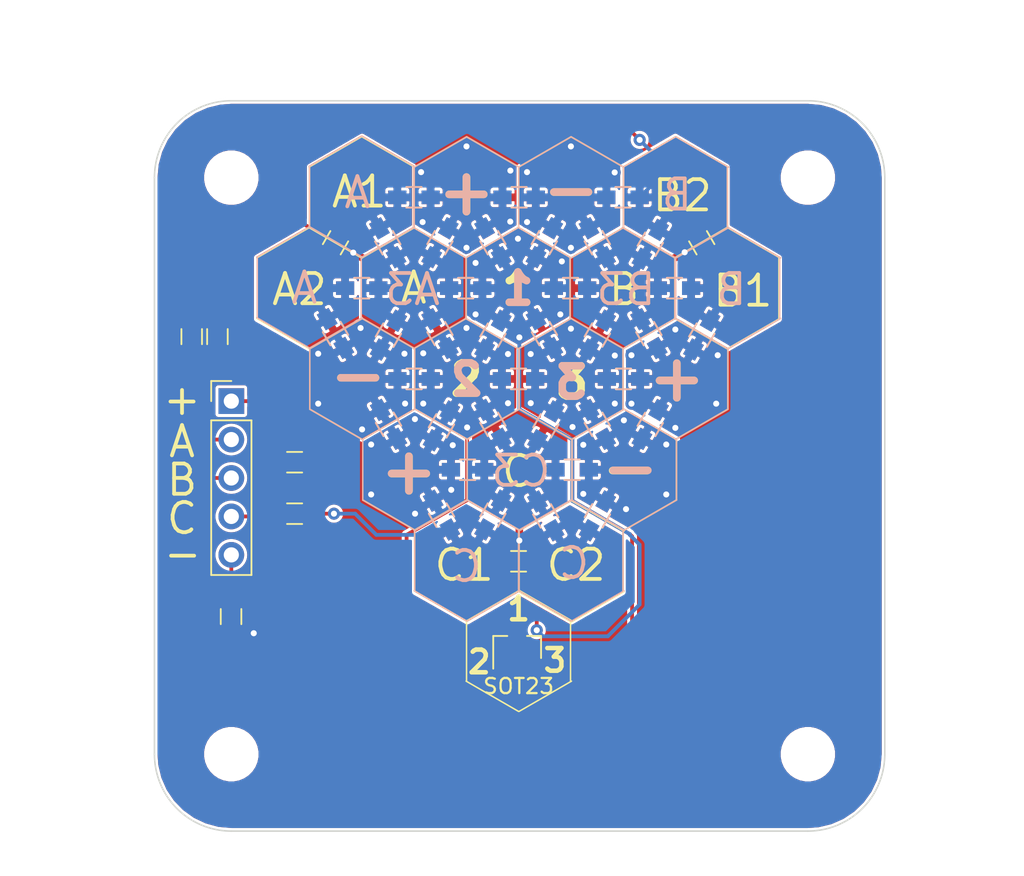
<source format=kicad_pcb>
(kicad_pcb (version 20171130) (host pcbnew "(5.0.2)-1")
  (title_block (title "Crazy-proto SOT23 tile") (date 2019-03-12) (rev 1.0) (company "Sobuildit Limited") (comment 1 "D. Rowntree"))
  (layers (0 F.Cu signal) (31 B.Cu signal) (36 B.SilkS user) (37 F.SilkS user) (38 B.Mask user) (39 F.Mask user) (44 Edge.Cuts user))
  (net 0 "")
  (net 1 /Vcc)
  (net 2 /Gnd)
  (net 3 /B1)
  (net 4 /A1)
  (net 5 /C1)
  (net 6 /D1)
  (net 7 /D2)
  (net 8 /D3)
  (net 9 /J1.Vcc)
  (net 10 /J1.A)
  (net 11 /J1.B)
  (net 12 /J1.C)
  (net 13 /J1.Gnd)
  (net 14 /A)
  (net 15 /B)
  (net 16 /C)
  (net 17 /A2)
  (net 18 /B3)
  (net 19 /A3)
  (net 20 /C3)
  (net 21 /C2)
  (net 22 /B2)
  (module Resistors_SMD:R_0603_HandSoldering (layer F.Cu) (at 135.90595 89.40108 240)
    (fp_text reference JP40 hide)
    (fp_text value Jumper_NO_Small)
    (pad 1 smd rect (at -1.1 0 240) (size 1.2 0.9) (layers F.Cu F.Paste F.Mask) (net 6 /D1))
    (pad 2 smd rect (at 1.1 0 240) (size 1.2 0.9) (layers F.Cu F.Paste F.Mask) (net 7 /D2))
  )
  (module Resistors_SMD:R_0603_HandSoldering (layer F.Cu) (at 135.90095 101.29242 240)
    (fp_text reference JP10 hide)
    (fp_text value Jumper_NO_Small)
    (pad 2 smd rect (at 1.1 0 240) (size 1.2 0.9) (layers F.Cu F.Paste F.Mask) (net 5 /C1))
    (pad 1 smd rect (at -1.1 0 240) (size 1.2 0.9) (layers F.Cu F.Paste F.Mask) (net 16 /C))
  )
  (module Resistors_SMD:R_0603_HandSoldering (layer F.Cu) (at 146.20778 89.29925 300)
    (fp_text reference JP15 hide)
    (fp_text value Jumper_NO_Small)
    (pad 1 smd rect (at -1.1 0 300) (size 1.2 0.9) (layers F.Cu F.Paste F.Mask) (net 15 /B))
    (pad 2 smd rect (at 1.1 0 300) (size 1.2 0.9) (layers F.Cu F.Paste F.Mask) (net 1 /Vcc))
  )
  (module Resistors_SMD:R_0603_HandSoldering (layer F.Cu) (at 149.70345 83.29675 300)
    (fp_text reference JP12 hide)
    (fp_text value Jumper_NO_Small)
    (pad 1 smd rect (at -1.1 0 300) (size 1.2 0.9) (layers F.Cu F.Paste F.Mask) (net 22 /B2))
    (pad 2 smd rect (at 1.1 0 300) (size 1.2 0.9) (layers F.Cu F.Paste F.Mask) (net 3 /B1))
  )
  (module Resistors_SMD:R_0603_HandSoldering (layer F.Cu) (at 139.39845 101.34675 300)
    (fp_text reference JP9 hide)
    (fp_text value Jumper_NO_Small)
    (pad 1 smd rect (at -1.1 0 300) (size 1.2 0.9) (layers F.Cu F.Paste F.Mask) (net 16 /C))
    (pad 2 smd rect (at 1.1 0 300) (size 1.2 0.9) (layers F.Cu F.Paste F.Mask) (net 21 /C2))
  )
  (module Resistors_SMD:R_0603_HandSoldering (layer F.Cu) (at 139.30095 83.29242 60)
    (fp_text reference JP36 hide)
    (fp_text value Jumper_NO_Small)
    (pad 1 smd rect (at -1.1 0 60) (size 1.2 0.9) (layers F.Cu F.Paste F.Mask) (net 6 /D1))
    (pad 2 smd rect (at 1.1 0 60) (size 1.2 0.9) (layers F.Cu F.Paste F.Mask) (net 2 /Gnd))
  )
  (module Resistors_SMD:R_0603_HandSoldering (layer F.Cu) (at 141.13845 98.29675)
    (fp_text reference JP24 hide)
    (fp_text value Jumper_NO_Small)
    (pad 1 smd rect (at -1.1 0) (size 1.2 0.9) (layers F.Cu F.Paste F.Mask) (net 16 /C))
    (pad 2 smd rect (at 1.1 0) (size 1.2 0.9) (layers F.Cu F.Paste F.Mask) (net 2 /Gnd))
  )
  (module Resistors_SMD:R_0603_HandSoldering (layer F.Cu) (at 134.10345 86.29675 180)
    (fp_text reference JP30 hide)
    (fp_text value Jumper_NO_Small)
    (pad 1 smd rect (at -1.1 0 180) (size 1.2 0.9) (layers F.Cu F.Paste F.Mask) (net 6 /D1))
    (pad 2 smd rect (at 1.1 0 180) (size 1.2 0.9) (layers F.Cu F.Paste F.Mask) (net 14 /A))
  )
  (module Resistors_SMD:R_0603_HandSoldering (layer F.Cu) (at 125.50095 89.29242 120)
    (fp_text reference JP21 hide)
    (fp_text value Jumper_NO_Small)
    (pad 1 smd rect (at -1.1 0 120) (size 1.2 0.9) (layers F.Cu F.Paste F.Mask) (net 2 /Gnd))
    (pad 2 smd rect (at 1.1 0 120) (size 1.2 0.9) (layers F.Cu F.Paste F.Mask) (net 17 /A2))
  )
  (module Resistors_SMD:R_0603_HandSoldering (layer F.Cu) (at 142.80595 89.39242 60)
    (fp_text reference JP33 hide)
    (fp_text value Jumper_NO_Small)
    (pad 1 smd rect (at -1.1 0 60) (size 1.2 0.9) (layers F.Cu F.Paste F.Mask) (net 8 /D3))
    (pad 2 smd rect (at 1.1 0 60) (size 1.2 0.9) (layers F.Cu F.Paste F.Mask) (net 15 /B))
  )
  (module Resistors_SMD:R_0603_HandSoldering (layer F.Cu) (at 129.00095 89.40108 240)
    (fp_text reference JP22 hide)
    (fp_text value Jumper_NO_Small)
    (pad 2 smd rect (at 1.1 0 240) (size 1.2 0.9) (layers F.Cu F.Paste F.Mask) (net 2 /Gnd))
    (pad 1 smd rect (at -1.1 0 240) (size 1.2 0.9) (layers F.Cu F.Paste F.Mask) (net 14 /A))
  )
  (module Pin_Headers:Pin_Header_Straight_1x05_Pitch2.54mm (layer F.Cu) (at 118.618 93.7624)
    (fp_text reference J1 hide)
    (fp_text value Conn_01x05_Male hide)
    (pad 1 thru_hole rect (at 0 0) (size 1.7 1.7) (drill 1) (layers *.Cu *.Mask) (net 9 /J1.Vcc))
    (pad 2 thru_hole oval (at 0 2.54) (size 1.7 1.7) (drill 1) (layers *.Cu *.Mask) (net 10 /J1.A))
    (pad 3 thru_hole oval (at 0 5.08) (size 1.7 1.7) (drill 1) (layers *.Cu *.Mask) (net 11 /J1.B))
    (pad 4 thru_hole oval (at 0 7.62) (size 1.7 1.7) (drill 1) (layers *.Cu *.Mask) (net 12 /J1.C))
    (pad 5 thru_hole oval (at 0 10.16) (size 1.7 1.7) (drill 1) (layers *.Cu *.Mask) (net 13 /J1.Gnd))
  )
  (module Mounting_Holes:MountingHole_3.2mm_M3 (layer F.Cu) (at 118.618 78.994)
    (fp_text reference H1 hide)
    (fp_text value MountingHole hide)
    (pad 1 np_thru_hole circle (at 0 0) (size 3.2 3.2) (drill 3.2) (layers *.Cu *.Mask))
  )
  (module Mounting_Holes:MountingHole_3.2mm_M3 (layer F.Cu) (at 118.618 117.094)
    (fp_text reference H2 hide)
    (fp_text value MountingHole hide)
    (pad 1 np_thru_hole circle (at 0 0) (size 3.2 3.2) (drill 3.2) (layers *.Cu *.Mask))
  )
  (module Mounting_Holes:MountingHole_3.2mm_M3 (layer F.Cu) (at 156.718 78.994)
    (fp_text reference H3 hide)
    (fp_text value MountingHole hide)
    (pad 1 np_thru_hole circle (at 0 0) (size 3.2 3.2) (drill 3.2) (layers *.Cu *.Mask))
  )
  (module Mounting_Holes:MountingHole_3.2mm_M3 (layer F.Cu) (at 156.718 117.094)
    (fp_text reference H4 hide)
    (fp_text value MountingHole hide)
    (pad 1 np_thru_hole circle (at 0 0) (size 3.2 3.2) (drill 3.2) (layers *.Cu *.Mask))
  )
  (module Resistors_SMD:R_0603_HandSoldering (layer F.Cu) (at 144.53345 92.29675)
    (fp_text reference JP29 hide)
    (fp_text value Jumper_NO_Small)
    (pad 1 smd rect (at -1.1 0) (size 1.2 0.9) (layers F.Cu F.Paste F.Mask) (net 8 /D3))
    (pad 2 smd rect (at 1.1 0) (size 1.2 0.9) (layers F.Cu F.Paste F.Mask) (net 1 /Vcc))
  )
  (module Resistors_SMD:R_0603_HandSoldering (layer F.Cu) (at 137.59845 92.29675 180)
    (fp_text reference JP41 hide)
    (fp_text value Jumper_NO_Small)
    (pad 1 smd rect (at -1.1 0 180) (size 1.2 0.9) (layers F.Cu F.Paste F.Mask) (net 8 /D3))
    (pad 2 smd rect (at 1.1 0 180) (size 1.2 0.9) (layers F.Cu F.Paste F.Mask) (net 7 /D2))
  )
  (module Resistors_SMD:R_0603_HandSoldering (layer F.Cu) (at 132.40345 89.29675 120)
    (fp_text reference JP31 hide)
    (fp_text value Jumper_NO_Small)
    (pad 1 smd rect (at -1.1 0 120) (size 1.2 0.9) (layers F.Cu F.Paste F.Mask) (net 7 /D2))
    (pad 2 smd rect (at 1.1 0 120) (size 1.2 0.9) (layers F.Cu F.Paste F.Mask) (net 14 /A))
  )
  (module TO_SOT_Packages_SMD:SOT-23 (layer F.Cu) (at 137.50528 110.03984 90)
    (fp_text reference SOT23 (at -2.56016 0.09472 180) (layer F.SilkS))
    (fp_text value Conn_01x03_Female)
    (pad 1 smd rect (at -1 -0.95 90) (size 0.9 0.8) (layers F.Cu F.Paste F.Mask) (net 7 /D2))
    (pad 2 smd rect (at -1 0.95 90) (size 0.9 0.8) (layers F.Cu F.Paste F.Mask) (net 8 /D3))
    (pad 3 smd rect (at 1 0 90) (size 0.9 0.8) (layers F.Cu F.Paste F.Mask) (net 6 /D1))
  )
  (module Resistors_SMD:R_0603_HandSoldering (layer F.Cu) (at 132.50845 101.29675 120)
    (fp_text reference JP6 hide)
    (fp_text value Jumper_NO_Small)
    (pad 2 smd rect (at 1.1 0 120) (size 1.2 0.9) (layers F.Cu F.Paste F.Mask) (net 1 /Vcc))
    (pad 1 smd rect (at -1.1 0 120) (size 1.2 0.9) (layers F.Cu F.Paste F.Mask) (net 5 /C1))
  )
  (module Resistors_SMD:R_0603_HandSoldering (layer F.Cu) (at 147.90345 86.29675)
    (fp_text reference JP18 hide)
    (fp_text value Jumper_NO_Small)
    (pad 2 smd rect (at 1.1 0) (size 1.2 0.9) (layers F.Cu F.Paste F.Mask) (net 3 /B1))
    (pad 1 smd rect (at -1.1 0) (size 1.2 0.9) (layers F.Cu F.Paste F.Mask) (net 15 /B))
  )
  (module Resistors_SMD:R_0603_HandSoldering (layer F.Cu) (at 141.03345 86.29675)
    (fp_text reference JP32 hide)
    (fp_text value Jumper_NO_Small)
    (pad 2 smd rect (at 1.1 0) (size 1.2 0.9) (layers F.Cu F.Paste F.Mask) (net 15 /B))
    (pad 1 smd rect (at -1.1 0) (size 1.2 0.9) (layers F.Cu F.Paste F.Mask) (net 6 /D1))
  )
  (module Resistors_SMD:R_0603_HandSoldering (layer F.Cu) (at 135.90345 95.29675 300)
    (fp_text reference JP34 hide)
    (fp_text value Jumper_NO_Small)
    (pad 1 smd rect (at -1.1 0 300) (size 1.2 0.9) (layers F.Cu F.Paste F.Mask) (net 7 /D2))
    (pad 2 smd rect (at 1.1 0 300) (size 1.2 0.9) (layers F.Cu F.Paste F.Mask) (net 16 /C))
  )
  (module Resistors_SMD:R_0603_HandSoldering (layer F.Cu) (at 139.40345 95.39675 240)
    (fp_text reference JP35 hide)
    (fp_text value Jumper_NO_Small)
    (pad 2 smd rect (at 1.1 0 240) (size 1.2 0.9) (layers F.Cu F.Paste F.Mask) (net 16 /C))
    (pad 1 smd rect (at -1.1 0 240) (size 1.2 0.9) (layers F.Cu F.Paste F.Mask) (net 8 /D3))
  )
  (module Resistors_SMD:R_0603_HandSoldering (layer F.Cu) (at 139.30845 89.29675 300)
    (fp_text reference JP39 hide)
    (fp_text value Jumper_NO_Small)
    (pad 1 smd rect (at -1.1 0 300) (size 1.2 0.9) (layers F.Cu F.Paste F.Mask) (net 6 /D1))
    (pad 2 smd rect (at 1.1 0 300) (size 1.2 0.9) (layers F.Cu F.Paste F.Mask) (net 8 /D3))
  )
  (module Resistors_SMD:R_0603_HandSoldering (layer B.Cu) (at 139.30345 83.28809 60)
    (fp_text reference JP42 hide)
    (fp_text value Jumper_NO_Small)
    (pad 2 smd rect (at 1.1 0 60) (size 1.2 0.9) (layers B.Cu B.Paste B.Mask) (net 2 /Gnd))
    (pad 1 smd rect (at -1.1 0 60) (size 1.2 0.9) (layers B.Cu B.Paste B.Mask) (net 6 /D1))
  )
  (module Resistors_SMD:R_0603_HandSoldering (layer B.Cu) (at 144.53845 92.29675)
    (fp_text reference JP47 hide)
    (fp_text value Jumper_NO_Small)
    (pad 1 smd rect (at -1.1 0) (size 1.2 0.9) (layers B.Cu B.Paste B.Mask) (net 8 /D3))
    (pad 2 smd rect (at 1.1 0) (size 1.2 0.9) (layers B.Cu B.Paste B.Mask) (net 1 /Vcc))
  )
  (module Resistors_SMD:R_0603_HandSoldering (layer B.Cu) (at 141.02845 86.29675 180)
    (fp_text reference JP48 hide)
    (fp_text value Jumper_NO_Small)
    (pad 2 smd rect (at 1.1 0 180) (size 1.2 0.9) (layers B.Cu B.Paste B.Mask) (net 6 /D1))
    (pad 1 smd rect (at -1.1 0 180) (size 1.2 0.9) (layers B.Cu B.Paste B.Mask) (net 18 /B3))
  )
  (module Resistors_SMD:R_0603_HandSoldering (layer B.Cu) (at 142.80345 89.39675 240)
    (fp_text reference JP49 hide)
    (fp_text value Jumper_NO_Small)
    (pad 1 smd rect (at -1.1 0 240) (size 1.2 0.9) (layers B.Cu B.Paste B.Mask) (net 18 /B3))
    (pad 2 smd rect (at 1.1 0 240) (size 1.2 0.9) (layers B.Cu B.Paste B.Mask) (net 8 /D3))
  )
  (module Resistors_SMD:R_0603_HandSoldering (layer B.Cu) (at 134.10845 86.29675)
    (fp_text reference JP50 hide)
    (fp_text value Jumper_NO_Small)
    (pad 2 smd rect (at 1.1 0) (size 1.2 0.9) (layers B.Cu B.Paste B.Mask) (net 6 /D1))
    (pad 1 smd rect (at -1.1 0) (size 1.2 0.9) (layers B.Cu B.Paste B.Mask) (net 19 /A3))
  )
  (module Resistors_SMD:R_0603_HandSoldering (layer B.Cu) (at 132.40595 89.30108 300)
    (fp_text reference JP51 hide)
    (fp_text value Jumper_NO_Small)
    (pad 2 smd rect (at 1.1 0 300) (size 1.2 0.9) (layers B.Cu B.Paste B.Mask) (net 7 /D2))
    (pad 1 smd rect (at -1.1 0 300) (size 1.2 0.9) (layers B.Cu B.Paste B.Mask) (net 19 /A3))
  )
  (module Resistors_SMD:R_0603_HandSoldering (layer B.Cu) (at 135.90095 95.29242 120)
    (fp_text reference JP52 hide)
    (fp_text value Jumper_NO_Small)
    (pad 1 smd rect (at -1.1 0 120) (size 1.2 0.9) (layers B.Cu B.Paste B.Mask) (net 20 /C3))
    (pad 2 smd rect (at 1.1 0 120) (size 1.2 0.9) (layers B.Cu B.Paste B.Mask) (net 7 /D2))
  )
  (module Resistors_SMD:R_0603_HandSoldering (layer B.Cu) (at 141.14345 98.29675)
    (fp_text reference JP59 hide)
    (fp_text value Jumper_NO_Small)
    (pad 1 smd rect (at -1.1 0) (size 1.2 0.9) (layers B.Cu B.Paste B.Mask) (net 20 /C3))
    (pad 2 smd rect (at 1.1 0) (size 1.2 0.9) (layers B.Cu B.Paste B.Mask) (net 2 /Gnd))
  )
  (module Resistors_SMD:R_0603_HandSoldering (layer B.Cu) (at 127.23845 86.29675)
    (fp_text reference JP60 hide)
    (fp_text value Jumper_NO_Small)
    (pad 2 smd rect (at 1.1 0) (size 1.2 0.9) (layers B.Cu B.Paste B.Mask) (net 19 /A3))
    (pad 1 smd rect (at -1.1 0) (size 1.2 0.9) (layers B.Cu B.Paste B.Mask) (net 14 /A))
  )
  (module Resistors_SMD:R_0603_HandSoldering (layer B.Cu) (at 128.95595 83.30108 300)
    (fp_text reference JP61 hide)
    (fp_text value Jumper_NO_Small)
    (pad 2 smd rect (at 1.1 0 300) (size 1.2 0.9) (layers B.Cu B.Paste B.Mask) (net 19 /A3))
    (pad 1 smd rect (at -1.1 0 300) (size 1.2 0.9) (layers B.Cu B.Paste B.Mask) (net 14 /A))
  )
  (module Resistors_SMD:R_0603_HandSoldering (layer B.Cu) (at 146.30095 83.40108 240)
    (fp_text reference JP62 hide)
    (fp_text value Jumper_NO_Small)
    (pad 1 smd rect (at -1.1 0 240) (size 1.2 0.9) (layers B.Cu B.Paste B.Mask) (net 15 /B))
    (pad 2 smd rect (at 1.1 0 240) (size 1.2 0.9) (layers B.Cu B.Paste B.Mask) (net 18 /B3))
  )
  (module Resistors_SMD:R_0603_HandSoldering (layer B.Cu) (at 147.89845 86.29675 180)
    (fp_text reference JP63 hide)
    (fp_text value Jumper_NO_Small)
    (pad 2 smd rect (at 1.1 0 180) (size 1.2 0.9) (layers B.Cu B.Paste B.Mask) (net 18 /B3))
    (pad 1 smd rect (at -1.1 0 180) (size 1.2 0.9) (layers B.Cu B.Paste B.Mask) (net 15 /B))
  )
  (module Resistors_SMD:R_0603_HandSoldering (layer B.Cu) (at 135.90345 101.28809 60)
    (fp_text reference JP64 hide)
    (fp_text value Jumper_NO_Small)
    (pad 1 smd rect (at -1.1 0 60) (size 1.2 0.9) (layers B.Cu B.Paste B.Mask) (net 16 /C))
    (pad 2 smd rect (at 1.1 0 60) (size 1.2 0.9) (layers B.Cu B.Paste B.Mask) (net 20 /C3))
  )
  (module Resistors_SMD:R_0603_HandSoldering (layer B.Cu) (at 139.39595 101.34242 120)
    (fp_text reference JP65 hide)
    (fp_text value Jumper_NO_Small)
    (pad 1 smd rect (at -1.1 0 120) (size 1.2 0.9) (layers B.Cu B.Paste B.Mask) (net 16 /C))
    (pad 2 smd rect (at 1.1 0 120) (size 1.2 0.9) (layers B.Cu B.Paste B.Mask) (net 20 /C3))
  )
  (module Resistors_SMD:R_0603_HandSoldering (layer B.Cu) (at 137.63845 80.29675)
    (fp_text reference JP66 hide)
    (fp_text value Jumper_NO_Small)
    (pad 1 smd rect (at -1.1 0) (size 1.2 0.9) (layers B.Cu B.Paste B.Mask) (net 1 /Vcc))
    (pad 2 smd rect (at 1.1 0) (size 1.2 0.9) (layers B.Cu B.Paste B.Mask) (net 2 /Gnd))
  )
  (module Resistors_SMD:R_0603_HandSoldering (layer B.Cu) (at 146.29845 95.30541 240)
    (fp_text reference JP67 hide)
    (fp_text value Jumper_NO_Small)
    (pad 2 smd rect (at 1.1 0 240) (size 1.2 0.9) (layers B.Cu B.Paste B.Mask) (net 2 /Gnd))
    (pad 1 smd rect (at -1.1 0 240) (size 1.2 0.9) (layers B.Cu B.Paste B.Mask) (net 1 /Vcc))
  )
  (module Resistors_SMD:R_0603_HandSoldering (layer B.Cu) (at 129.00595 95.29242 120)
    (fp_text reference JP68 hide)
    (fp_text value Jumper_NO_Small)
    (pad 2 smd rect (at 1.1 0 120) (size 1.2 0.9) (layers B.Cu B.Paste B.Mask) (net 2 /Gnd))
    (pad 1 smd rect (at -1.1 0 120) (size 1.2 0.9) (layers B.Cu B.Paste B.Mask) (net 1 /Vcc))
  )
  (module Resistors_SMD:R_0603_HandSoldering (layer F.Cu) (at 129.00845 95.29675 120)
    (fp_text reference JP69 hide)
    (fp_text value Jumper_NO_Small)
    (pad 2 smd rect (at 1.1 0 120) (size 1.2 0.9) (layers F.Cu F.Paste F.Mask) (net 2 /Gnd))
    (pad 1 smd rect (at -1.1 0 120) (size 1.2 0.9) (layers F.Cu F.Paste F.Mask) (net 1 /Vcc))
  )
  (module Resistors_SMD:R_0603_HandSoldering (layer F.Cu) (at 146.30095 95.30108 240)
    (fp_text reference JP70 hide)
    (fp_text value Jumper_NO_Small)
    (pad 1 smd rect (at -1.1 0 240) (size 1.2 0.9) (layers F.Cu F.Paste F.Mask) (net 1 /Vcc))
    (pad 2 smd rect (at 1.1 0 240) (size 1.2 0.9) (layers F.Cu F.Paste F.Mask) (net 2 /Gnd))
  )
  (module Resistors_SMD:R_0603_HandSoldering (layer F.Cu) (at 137.63345 80.29675)
    (fp_text reference JP71 hide)
    (fp_text value Jumper_NO_Small)
    (pad 1 smd rect (at -1.1 0) (size 1.2 0.9) (layers F.Cu F.Paste F.Mask) (net 1 /Vcc))
    (pad 2 smd rect (at 1.1 0) (size 1.2 0.9) (layers F.Cu F.Paste F.Mask) (net 2 /Gnd))
  )
  (module Resistors_SMD:R_0603_HandSoldering (layer F.Cu) (at 137.59845 104.34675 180)
    (fp_text reference JP7 hide)
    (fp_text value Jumper_NO_Small)
    (pad 2 smd rect (at 1.1 0 180) (size 1.2 0.9) (layers F.Cu F.Paste F.Mask) (net 5 /C1))
    (pad 1 smd rect (at -1.1 0 180) (size 1.2 0.9) (layers F.Cu F.Paste F.Mask) (net 21 /C2))
  )
  (module Resistors_SMD:R_0603_HandSoldering (layer F.Cu) (at 142.80845 101.34675 240)
    (fp_text reference JP8 hide)
    (fp_text value Jumper_NO_Small)
    (pad 2 smd rect (at 1.1 0 240) (size 1.2 0.9) (layers F.Cu F.Paste F.Mask) (net 21 /C2))
    (pad 1 smd rect (at -1.1 0 240) (size 1.2 0.9) (layers F.Cu F.Paste F.Mask) (net 2 /Gnd))
  )
  (module Resistors_SMD:R_0603_HandSoldering (layer F.Cu) (at 149.70845 89.39675 240)
    (fp_text reference JP11 hide)
    (fp_text value Jumper_NO_Small)
    (pad 1 smd rect (at -1.1 0 240) (size 1.2 0.9) (layers F.Cu F.Paste F.Mask) (net 3 /B1))
    (pad 2 smd rect (at 1.1 0 240) (size 1.2 0.9) (layers F.Cu F.Paste F.Mask) (net 1 /Vcc))
  )
  (module Resistors_SMD:R_0603_HandSoldering (layer F.Cu) (at 144.50345 80.29675)
    (fp_text reference JP13 hide)
    (fp_text value Jumper_NO_Small)
    (pad 2 smd rect (at 1.1 0) (size 1.2 0.9) (layers F.Cu F.Paste F.Mask) (net 22 /B2))
    (pad 1 smd rect (at -1.1 0) (size 1.2 0.9) (layers F.Cu F.Paste F.Mask) (net 2 /Gnd))
  )
  (module Resistors_SMD:R_0603_HandSoldering (layer F.Cu) (at 132.40345 83.29675 60)
    (fp_text reference JP14 hide)
    (fp_text value Jumper_NO_Small)
    (pad 1 smd rect (at -1.1 0 60) (size 1.2 0.9) (layers F.Cu F.Paste F.Mask) (net 14 /A))
    (pad 2 smd rect (at 1.1 0 60) (size 1.2 0.9) (layers F.Cu F.Paste F.Mask) (net 1 /Vcc))
  )
  (module Resistors_SMD:R_0603_HandSoldering (layer F.Cu) (at 134.23345 98.29675 180)
    (fp_text reference JP16 hide)
    (fp_text value Jumper_NO_Small)
    (pad 2 smd rect (at 1.1 0 180) (size 1.2 0.9) (layers F.Cu F.Paste F.Mask) (net 1 /Vcc))
    (pad 1 smd rect (at -1.1 0 180) (size 1.2 0.9) (layers F.Cu F.Paste F.Mask) (net 16 /C))
  )
  (module Resistors_SMD:R_0603_HandSoldering (layer F.Cu) (at 146.30345 83.39675 60)
    (fp_text reference JP17 hide)
    (fp_text value Jumper_NO_Small)
    (pad 1 smd rect (at -1.1 0 60) (size 1.2 0.9) (layers F.Cu F.Paste F.Mask) (net 15 /B))
    (pad 2 smd rect (at 1.1 0 60) (size 1.2 0.9) (layers F.Cu F.Paste F.Mask) (net 22 /B2))
  )
  (module Resistors_SMD:R_0603_HandSoldering (layer F.Cu) (at 130.68345 80.29675)
    (fp_text reference JP19 hide)
    (fp_text value Jumper_NO_Small)
    (pad 1 smd rect (at -1.1 0) (size 1.2 0.9) (layers F.Cu F.Paste F.Mask) (net 4 /A1))
    (pad 2 smd rect (at 1.1 0) (size 1.2 0.9) (layers F.Cu F.Paste F.Mask) (net 1 /Vcc))
  )
  (module Resistors_SMD:R_0603_HandSoldering (layer F.Cu) (at 125.50345 83.29675 60)
    (fp_text reference JP20 hide)
    (fp_text value Jumper_NO_Small)
    (pad 2 smd rect (at 1.1 0 60) (size 1.2 0.9) (layers F.Cu F.Paste F.Mask) (net 4 /A1))
    (pad 1 smd rect (at -1.1 0 60) (size 1.2 0.9) (layers F.Cu F.Paste F.Mask) (net 17 /A2))
  )
  (module Resistors_SMD:R_0603_HandSoldering (layer F.Cu) (at 142.80345 83.29675 120)
    (fp_text reference JP23 hide)
    (fp_text value Jumper_NO_Small)
    (pad 2 smd rect (at 1.1 0 120) (size 1.2 0.9) (layers F.Cu F.Paste F.Mask) (net 2 /Gnd))
    (pad 1 smd rect (at -1.1 0 120) (size 1.2 0.9) (layers F.Cu F.Paste F.Mask) (net 15 /B))
  )
  (module Resistors_SMD:R_0603_HandSoldering (layer F.Cu) (at 127.23345 86.29675 180)
    (fp_text reference JP25 hide)
    (fp_text value Jumper_NO_Small)
    (pad 2 smd rect (at 1.1 0 180) (size 1.2 0.9) (layers F.Cu F.Paste F.Mask) (net 17 /A2))
    (pad 1 smd rect (at -1.1 0 180) (size 1.2 0.9) (layers F.Cu F.Paste F.Mask) (net 14 /A))
  )
  (module Resistors_SMD:R_0603_HandSoldering (layer F.Cu) (at 128.95345 83.29675 120)
    (fp_text reference JP26 hide)
    (fp_text value Jumper_NO_Small)
    (pad 1 smd rect (at -1.1 0 120) (size 1.2 0.9) (layers F.Cu F.Paste F.Mask) (net 14 /A))
    (pad 2 smd rect (at 1.1 0 120) (size 1.2 0.9) (layers F.Cu F.Paste F.Mask) (net 4 /A1))
  )
  (module Resistors_SMD:R_0603_HandSoldering (layer F.Cu) (at 132.50345 95.39675 240)
    (fp_text reference JP28 hide)
    (fp_text value Jumper_NO_Small)
    (pad 1 smd rect (at -1.1 0 240) (size 1.2 0.9) (layers F.Cu F.Paste F.Mask) (net 7 /D2))
    (pad 2 smd rect (at 1.1 0 240) (size 1.2 0.9) (layers F.Cu F.Paste F.Mask) (net 1 /Vcc))
  )
  (module Resistors_SMD:R_0603_HandSoldering (layer F.Cu) (at 130.69845 92.29675 180)
    (fp_text reference JP37 hide)
    (fp_text value Jumper_NO_Small)
    (pad 1 smd rect (at -1.1 0 180) (size 1.2 0.9) (layers F.Cu F.Paste F.Mask) (net 7 /D2))
    (pad 2 smd rect (at 1.1 0 180) (size 1.2 0.9) (layers F.Cu F.Paste F.Mask) (net 2 /Gnd))
  )
  (module Resistors_SMD:R_0603_HandSoldering (layer F.Cu) (at 142.80345 95.29675 300)
    (fp_text reference JP38 hide)
    (fp_text value Jumper_NO_Small)
    (pad 2 smd rect (at 1.1 0 300) (size 1.2 0.9) (layers F.Cu F.Paste F.Mask) (net 2 /Gnd))
    (pad 1 smd rect (at -1.1 0 300) (size 1.2 0.9) (layers F.Cu F.Paste F.Mask) (net 8 /D3))
  )
  (module Resistors_SMD:R_0603_HandSoldering (layer B.Cu) (at 142.80595 95.30108 300)
    (fp_text reference JP44 hide)
    (fp_text value Jumper_NO_Small)
    (pad 2 smd rect (at 1.1 0 300) (size 1.2 0.9) (layers B.Cu B.Paste B.Mask) (net 2 /Gnd))
    (pad 1 smd rect (at -1.1 0 300) (size 1.2 0.9) (layers B.Cu B.Paste B.Mask) (net 8 /D3))
  )
  (module Resistors_SMD:R_0603_HandSoldering (layer F.Cu) (at 135.90345 83.29675 120)
    (fp_text reference JP45 hide)
    (fp_text value Jumper_NO_Small)
    (pad 1 smd rect (at -1.1 0 120) (size 1.2 0.9) (layers F.Cu F.Paste F.Mask) (net 6 /D1))
    (pad 2 smd rect (at 1.1 0 120) (size 1.2 0.9) (layers F.Cu F.Paste F.Mask) (net 1 /Vcc))
  )
  (module Resistors_SMD:R_0603_HandSoldering (layer B.Cu) (at 132.50095 95.40108 240)
    (fp_text reference JP46 hide)
    (fp_text value Jumper_NO_Small)
    (pad 1 smd rect (at -1.1 0 240) (size 1.2 0.9) (layers B.Cu B.Paste B.Mask) (net 7 /D2))
    (pad 2 smd rect (at 1.1 0 240) (size 1.2 0.9) (layers B.Cu B.Paste B.Mask) (net 1 /Vcc))
  )
  (module Resistors_SMD:R_0603_HandSoldering (layer B.Cu) (at 139.40595 95.39242 60)
    (fp_text reference JP53 hide)
    (fp_text value Jumper_NO_Small)
    (pad 2 smd rect (at 1.1 0 60) (size 1.2 0.9) (layers B.Cu B.Paste B.Mask) (net 8 /D3))
    (pad 1 smd rect (at -1.1 0 60) (size 1.2 0.9) (layers B.Cu B.Paste B.Mask) (net 20 /C3))
  )
  (module Resistors_SMD:R_0603_HandSoldering (layer B.Cu) (at 132.40595 83.29242 60)
    (fp_text reference JP54 hide)
    (fp_text value Jumper_NO_Small)
    (pad 1 smd rect (at -1.1 0 60) (size 1.2 0.9) (layers B.Cu B.Paste B.Mask) (net 19 /A3))
    (pad 2 smd rect (at 1.1 0 60) (size 1.2 0.9) (layers B.Cu B.Paste B.Mask) (net 1 /Vcc))
  )
  (module Resistors_SMD:R_0603_HandSoldering (layer B.Cu) (at 128.99845 89.40541 240)
    (fp_text reference JP55 hide)
    (fp_text value Jumper_NO_Small)
    (pad 2 smd rect (at 1.1 0 240) (size 1.2 0.9) (layers B.Cu B.Paste B.Mask) (net 2 /Gnd))
    (pad 1 smd rect (at -1.1 0 240) (size 1.2 0.9) (layers B.Cu B.Paste B.Mask) (net 19 /A3))
  )
  (module Resistors_SMD:R_0603_HandSoldering (layer B.Cu) (at 146.21028 89.30358 300)
    (fp_text reference JP56 hide)
    (fp_text value Jumper_NO_Small)
    (pad 2 smd rect (at 1.1 0 300) (size 1.2 0.9) (layers B.Cu B.Paste B.Mask) (net 1 /Vcc))
    (pad 1 smd rect (at -1.1 0 300) (size 1.2 0.9) (layers B.Cu B.Paste B.Mask) (net 18 /B3))
  )
  (module Resistors_SMD:R_0603_HandSoldering (layer B.Cu) (at 142.80095 83.29242 120)
    (fp_text reference JP57 hide)
    (fp_text value Jumper_NO_Small)
    (pad 1 smd rect (at -1.1 0 120) (size 1.2 0.9) (layers B.Cu B.Paste B.Mask) (net 18 /B3))
    (pad 2 smd rect (at 1.1 0 120) (size 1.2 0.9) (layers B.Cu B.Paste B.Mask) (net 2 /Gnd))
  )
  (module Resistors_SMD:R_0603_HandSoldering (layer B.Cu) (at 134.22845 98.29675 180)
    (fp_text reference JP58 hide)
    (fp_text value Jumper_NO_Small)
    (pad 1 smd rect (at -1.1 0 180) (size 1.2 0.9) (layers B.Cu B.Paste B.Mask) (net 20 /C3))
    (pad 2 smd rect (at 1.1 0 180) (size 1.2 0.9) (layers B.Cu B.Paste B.Mask) (net 1 /Vcc))
  )
  (module Resistors_SMD:R_0603_HandSoldering (layer B.Cu) (at 135.90095 83.29242 120)
    (fp_text reference JP27 hide)
    (fp_text value Jumper_NO_Small)
    (pad 1 smd rect (at -1.1 0 120) (size 1.2 0.9) (layers B.Cu B.Paste B.Mask) (net 6 /D1))
    (pad 2 smd rect (at 1.1 0 120) (size 1.2 0.9) (layers B.Cu B.Paste B.Mask) (net 1 /Vcc))
  )
  (module Resistors_SMD:R_0603_HandSoldering (layer B.Cu) (at 130.69345 92.29675 180)
    (fp_text reference JP43 hide)
    (fp_text value Jumper_NO_Small)
    (pad 1 smd rect (at -1.1 0 180) (size 1.2 0.9) (layers B.Cu B.Paste B.Mask) (net 7 /D2))
    (pad 2 smd rect (at 1.1 0 180) (size 1.2 0.9) (layers B.Cu B.Paste B.Mask) (net 2 /Gnd))
  )
  (module Resistors_SMD:R_0603_HandSoldering (layer B.Cu) (at 137.59345 92.29675 180)
    (fp_text reference JP72 hide)
    (fp_text value Jumper_NO_Small)
    (pad 1 smd rect (at -1.1 0 180) (size 1.2 0.9) (layers B.Cu B.Paste B.Mask) (net 8 /D3))
    (pad 2 smd rect (at 1.1 0 180) (size 1.2 0.9) (layers B.Cu B.Paste B.Mask) (net 7 /D2))
  )
  (module Resistors_SMD:R_0603_HandSoldering (layer B.Cu) (at 135.90345 89.40541 240)
    (fp_text reference JP73 hide)
    (fp_text value Jumper_NO_Small)
    (pad 1 smd rect (at -1.1 0 240) (size 1.2 0.9) (layers B.Cu B.Paste B.Mask) (net 6 /D1))
    (pad 2 smd rect (at 1.1 0 240) (size 1.2 0.9) (layers B.Cu B.Paste B.Mask) (net 7 /D2))
  )
  (module Resistors_SMD:R_0603_HandSoldering (layer B.Cu) (at 139.31095 89.30108 300)
    (fp_text reference JP74 hide)
    (fp_text value Jumper_NO_Small)
    (pad 2 smd rect (at 1.1 0 300) (size 1.2 0.9) (layers B.Cu B.Paste B.Mask) (net 8 /D3))
    (pad 1 smd rect (at -1.1 0 300) (size 1.2 0.9) (layers B.Cu B.Paste B.Mask) (net 6 /D1))
  )
  (module Resistors_SMD:R_0603_HandSoldering (layer B.Cu) (at 130.68845 80.29675)
    (fp_text reference JP75 hide)
    (fp_text value Jumper_NO_Small)
    (pad 2 smd rect (at 1.1 0) (size 1.2 0.9) (layers B.Cu B.Paste B.Mask) (net 1 /Vcc))
    (pad 1 smd rect (at -1.1 0) (size 1.2 0.9) (layers B.Cu B.Paste B.Mask) (net 14 /A))
  )
  (module Resistors_SMD:R_0603_HandSoldering (layer B.Cu) (at 149.70595 89.40108 240)
    (fp_text reference JP76 hide)
    (fp_text value Jumper_NO_Small)
    (pad 1 smd rect (at -1.1 0 240) (size 1.2 0.9) (layers B.Cu B.Paste B.Mask) (net 15 /B))
    (pad 2 smd rect (at 1.1 0 240) (size 1.2 0.9) (layers B.Cu B.Paste B.Mask) (net 1 /Vcc))
  )
  (module Resistors_SMD:R_0603_HandSoldering (layer B.Cu) (at 132.50595 101.29242 120)
    (fp_text reference JP77 hide)
    (fp_text value Jumper_NO_Small)
    (pad 2 smd rect (at 1.1 0 120) (size 1.2 0.9) (layers B.Cu B.Paste B.Mask) (net 1 /Vcc))
    (pad 1 smd rect (at -1.1 0 120) (size 1.2 0.9) (layers B.Cu B.Paste B.Mask) (net 16 /C))
  )
  (module Resistors_SMD:R_0603_HandSoldering (layer B.Cu) (at 125.50345 89.29675 300)
    (fp_text reference JP78 hide)
    (fp_text value Jumper_NO_Small)
    (pad 1 smd rect (at -1.1 0 300) (size 1.2 0.9) (layers B.Cu B.Paste B.Mask) (net 14 /A))
    (pad 2 smd rect (at 1.1 0 300) (size 1.2 0.9) (layers B.Cu B.Paste B.Mask) (net 2 /Gnd))
  )
  (module Resistors_SMD:R_0603_HandSoldering (layer B.Cu) (at 144.49845 80.29675 180)
    (fp_text reference JP79 hide)
    (fp_text value Jumper_NO_Small)
    (pad 2 smd rect (at 1.1 0 180) (size 1.2 0.9) (layers B.Cu B.Paste B.Mask) (net 2 /Gnd))
    (pad 1 smd rect (at -1.1 0 180) (size 1.2 0.9) (layers B.Cu B.Paste B.Mask) (net 15 /B))
  )
  (module Resistors_SMD:R_0603_HandSoldering (layer B.Cu) (at 142.81095 101.34242 60)
    (fp_text reference JP80 hide)
    (fp_text value Jumper_NO_Small)
    (pad 1 smd rect (at -1.1 0 60) (size 1.2 0.9) (layers B.Cu B.Paste B.Mask) (net 16 /C))
    (pad 2 smd rect (at 1.1 0 60) (size 1.2 0.9) (layers B.Cu B.Paste B.Mask) (net 2 /Gnd))
  )
  (module crazy-proto:NC_0603_HandSoldering (layer F.Cu) (at 122.8 97.8)
    (fp_text reference JP1 hide)
    (fp_text value Jumper_NC_Small hide)
    (pad 2 smd rect (at 1.1 0) (size 1.2 0.9) (layers F.Cu F.Paste F.Mask) (net 1 /Vcc))
    (pad 1 smd rect (at -1.1 0) (size 1.2 0.9) (layers F.Cu F.Paste F.Mask) (net 9 /J1.Vcc))
    (pad 1 smd rect (at 0 0) (size 1.2 0.3) (layers F.Cu F.Paste F.Mask) (net 9 /J1.Vcc))
  )
  (module crazy-proto:NC_0603_HandSoldering (layer F.Cu) (at 117.7 89.5 90)
    (fp_text reference JP2 hide)
    (fp_text value Jumper_NC_Small hide)
    (pad 1 smd rect (at 0 0 90) (size 1.2 0.3) (layers F.Cu F.Paste F.Mask) (net 10 /J1.A))
    (pad 1 smd rect (at -1.1 0 90) (size 1.2 0.9) (layers F.Cu F.Paste F.Mask) (net 10 /J1.A))
    (pad 2 smd rect (at 1.1 0 90) (size 1.2 0.9) (layers F.Cu F.Paste F.Mask) (net 14 /A))
  )
  (module crazy-proto:NC_0603_HandSoldering (layer F.Cu) (at 116 89.5 90)
    (fp_text reference JP3 hide)
    (fp_text value Jumper_NC_Small hide)
    (pad 2 smd rect (at 1.1 0 90) (size 1.2 0.9) (layers F.Cu F.Paste F.Mask) (net 15 /B))
    (pad 1 smd rect (at -1.1 0 90) (size 1.2 0.9) (layers F.Cu F.Paste F.Mask) (net 11 /J1.B))
    (pad 1 smd rect (at 0 0 90) (size 1.2 0.3) (layers F.Cu F.Paste F.Mask) (net 11 /J1.B))
  )
  (module crazy-proto:NC_0603_HandSoldering (layer F.Cu) (at 122.8 101.2)
    (fp_text reference JP4 hide)
    (fp_text value Jumper_NC_Small hide)
    (pad 2 smd rect (at 1.1 0) (size 1.2 0.9) (layers F.Cu F.Paste F.Mask) (net 16 /C))
    (pad 1 smd rect (at -1.1 0) (size 1.2 0.9) (layers F.Cu F.Paste F.Mask) (net 12 /J1.C))
    (pad 1 smd rect (at 0 0) (size 1.2 0.3) (layers F.Cu F.Paste F.Mask) (net 12 /J1.C))
  )
  (module crazy-proto:NC_0603_HandSoldering (layer F.Cu) (at 118.6 108 270)
    (fp_text reference JP5 hide)
    (fp_text value Jumper_NC_Small hide)
    (pad 1 smd rect (at 0 0 270) (size 1.2 0.3) (layers F.Cu F.Paste F.Mask) (net 13 /J1.Gnd))
    (pad 1 smd rect (at -1.1 0 270) (size 1.2 0.9) (layers F.Cu F.Paste F.Mask) (net 13 /J1.Gnd))
    (pad 2 smd rect (at 1.1 0 270) (size 1.2 0.9) (layers F.Cu F.Paste F.Mask) (net 2 /Gnd))
  )
  (gr_line (start 134.19655 108.26575) (end 137.66065 106.26575) (layer F.SilkS) (width 0.1))
  (gr_line (start 137.63245 106.26575) (end 141.09655 108.26575) (layer F.SilkS) (width 0.1))
  (gr_line (start 134.16065 108.26575) (end 134.16065 112.26575) (layer F.SilkS) (width 0.1))
  (gr_line (start 141.09655 112.26575) (end 137.63245 114.26575) (layer F.SilkS) (width 0.1))
  (gr_line (start 141.03245 112.26575) (end 141.03245 108.26575) (layer F.SilkS) (width 0.1))
  (gr_line (start 134.13245 112.26575) (end 137.59655 114.26575) (layer F.SilkS) (width 0.1))
  (gr_text 3 (at 140 110.9) (layer F.SilkS) (effects (font (size 1.5 1.5) (thickness 0.3))))
  (gr_text 2 (at 135 111) (layer F.SilkS) (effects (font (size 1.5 1.5) (thickness 0.3))))
  (gr_text 1 (at 137.6 107.5) (layer F.SilkS) (effects (font (size 1.5 1.5) (thickness 0.3))))
  (gr_text C (at 115.36 101.512) (layer F.SilkS) (effects (font (size 2 2) (thickness 0.25))))
  (gr_text " B" (at 114.598 98.972) (layer F.SilkS) (effects (font (size 2 2) (thickness 0.25))))
  (gr_text " A" (at 114.598 96.432) (layer F.SilkS) (effects (font (size 2 2) (thickness 0.25))))
  (gr_text - (at 115.4 103.825) (layer F.SilkS) (effects (font (size 2 2) (thickness 0.25)) (justify mirror)))
  (gr_text + (at 115.36 93.638) (layer F.SilkS) (effects (font (size 2 2) (thickness 0.25)) (justify mirror)))
  (gr_text C (at 141.258 104.48) (layer B.SilkS) (effects (font (size 2 2) (thickness 0.25)) (justify mirror)))
  (gr_text C (at 134.158 104.68) (layer B.SilkS) (effects (font (size 2 2) (thickness 0.25)) (justify mirror)))
  (gr_text B (at 151.658 86.38) (layer B.SilkS) (effects (font (size 2 2) (thickness 0.25)) (justify mirror)))
  (gr_text B (at 148.058 80.13) (layer B.SilkS) (effects (font (size 2 2) (thickness 0.25)) (justify mirror)))
  (gr_text " A" (at 124.208 86.28) (layer B.SilkS) (effects (font (size 2 2) (thickness 0.25)) (justify mirror)))
  (gr_text " A" (at 127.708 79.98) (layer B.SilkS) (effects (font (size 2 2) (thickness 0.25)) (justify mirror)))
  (gr_line (start 144.50345 106.29675) (end 144.50345 102.29675) (layer B.SilkS) (width 0.1))
  (gr_line (start 141.06755 100.29675) (end 137.60345 102.29675) (layer B.SilkS) (width 0.1))
  (gr_line (start 137.63165 102.29675) (end 137.63165 106.29675) (layer B.SilkS) (width 0.1))
  (gr_line (start 144.56755 106.29675) (end 141.10345 108.29675) (layer B.SilkS) (width 0.1))
  (gr_line (start 141.10345 100.29675) (end 144.56755 102.29675) (layer B.SilkS) (width 0.1))
  (gr_line (start 137.60345 106.29675) (end 141.06755 108.29675) (layer B.SilkS) (width 0.1))
  (gr_line (start 137.66755 106.29675) (end 134.20345 108.29675) (layer B.SilkS) (width 0.1))
  (gr_line (start 130.70345 106.29675) (end 134.16755 108.29675) (layer B.SilkS) (width 0.1))
  (gr_line (start 134.20345 100.29675) (end 137.66755 102.29675) (layer B.SilkS) (width 0.1))
  (gr_line (start 130.73165 102.29675) (end 130.73165 106.29675) (layer B.SilkS) (width 0.1))
  (gr_line (start 134.16755 100.29675) (end 130.70345 102.29675) (layer B.SilkS) (width 0.1))
  (gr_line (start 137.60345 106.29675) (end 137.60345 102.29675) (layer B.SilkS) (width 0.1))
  (gr_line (start 151.41755 82.29675) (end 147.95345 84.29675) (layer B.SilkS) (width 0.1))
  (gr_line (start 154.85345 88.29675) (end 154.85345 84.29675) (layer B.SilkS) (width 0.1))
  (gr_line (start 151.45345 82.29675) (end 154.91755 84.29675) (layer B.SilkS) (width 0.1))
  (gr_line (start 147.98165 84.29675) (end 147.98165 88.29675) (layer B.SilkS) (width 0.1))
  (gr_line (start 154.91755 88.29675) (end 151.45345 90.29675) (layer B.SilkS) (width 0.1))
  (gr_line (start 147.95345 88.29675) (end 151.41755 90.29675) (layer B.SilkS) (width 0.1))
  (gr_line (start 151.46755 82.29675) (end 148.00345 84.29675) (layer B.SilkS) (width 0.1))
  (gr_line (start 144.50345 82.29675) (end 147.96755 84.29675) (layer B.SilkS) (width 0.1))
  (gr_line (start 148.00345 76.29675) (end 151.46755 78.29675) (layer B.SilkS) (width 0.1))
  (gr_line (start 144.53165 78.29675) (end 144.53165 82.29675) (layer B.SilkS) (width 0.1))
  (gr_line (start 147.96755 76.29675) (end 144.50345 78.29675) (layer B.SilkS) (width 0.1))
  (gr_line (start 151.40345 82.29675) (end 151.40345 78.29675) (layer B.SilkS) (width 0.1))
  (gr_line (start 120.30345 88.24675) (end 123.76755 90.24675) (layer B.SilkS) (width 0.1))
  (gr_line (start 123.76755 82.24675) (end 120.30345 84.24675) (layer B.SilkS) (width 0.1))
  (gr_line (start 127.20345 88.24675) (end 127.20345 84.24675) (layer B.SilkS) (width 0.1))
  (gr_line (start 127.26755 88.24675) (end 123.80345 90.24675) (layer B.SilkS) (width 0.1))
  (gr_line (start 123.80345 82.24675) (end 127.26755 84.24675) (layer B.SilkS) (width 0.1))
  (gr_line (start 120.33165 84.24675) (end 120.33165 88.24675) (layer B.SilkS) (width 0.1))
  (gr_line (start 130.71755 82.24675) (end 127.25345 84.24675) (layer B.SilkS) (width 0.1))
  (gr_line (start 123.75345 82.24675) (end 127.21755 84.24675) (layer B.SilkS) (width 0.1))
  (gr_line (start 127.25345 76.24675) (end 130.71755 78.24675) (layer B.SilkS) (width 0.1))
  (gr_line (start 123.78165 78.24675) (end 123.78165 82.24675) (layer B.SilkS) (width 0.1))
  (gr_line (start 127.21755 76.24675) (end 123.75345 78.24675) (layer B.SilkS) (width 0.1))
  (gr_line (start 130.65345 82.24675) (end 130.65345 78.24675) (layer B.SilkS) (width 0.1))
  (gr_text C2 (at 141.4 104.6) (layer F.SilkS) (effects (font (size 2 2) (thickness 0.25))))
  (gr_text C1 (at 134 104.6) (layer F.SilkS) (effects (font (size 2 2) (thickness 0.25))))
  (gr_text " B1" (at 151.658 86.48) (layer F.SilkS) (effects (font (size 2 2) (thickness 0.25))))
  (gr_text " B2" (at 147.658 80.18) (layer F.SilkS) (effects (font (size 2 2) (thickness 0.25))))
  (gr_text " A2" (at 122.358 86.38) (layer F.SilkS) (effects (font (size 2 2) (thickness 0.25))))
  (gr_text " A1" (at 126.308 79.93) (layer F.SilkS) (effects (font (size 2 2) (thickness 0.25))))
  (gr_line (start 137.60345 106.34675) (end 141.06755 108.34675) (layer F.SilkS) (width 0.1))
  (gr_line (start 144.50345 106.34675) (end 144.50345 102.34675) (layer F.SilkS) (width 0.1))
  (gr_line (start 141.10345 100.34675) (end 144.56755 102.34675) (layer F.SilkS) (width 0.1))
  (gr_line (start 141.06755 100.34675) (end 137.60345 102.34675) (layer F.SilkS) (width 0.1))
  (gr_line (start 144.56755 106.34675) (end 141.10345 108.34675) (layer F.SilkS) (width 0.1))
  (gr_line (start 137.63165 102.34675) (end 137.63165 106.34675) (layer F.SilkS) (width 0.1))
  (gr_line (start 130.70345 106.29675) (end 134.16755 108.29675) (layer F.SilkS) (width 0.1))
  (gr_line (start 137.66755 106.29675) (end 134.20345 108.29675) (layer F.SilkS) (width 0.1))
  (gr_line (start 137.60345 106.29675) (end 137.60345 102.29675) (layer F.SilkS) (width 0.1))
  (gr_line (start 134.20345 100.29675) (end 137.66755 102.29675) (layer F.SilkS) (width 0.1))
  (gr_line (start 130.73165 102.29675) (end 130.73165 106.29675) (layer F.SilkS) (width 0.1))
  (gr_line (start 134.16755 100.29675) (end 130.70345 102.29675) (layer F.SilkS) (width 0.1))
  (gr_line (start 147.90345 88.29675) (end 151.36755 90.29675) (layer F.SilkS) (width 0.1))
  (gr_line (start 154.86755 88.29675) (end 151.40345 90.29675) (layer F.SilkS) (width 0.1))
  (gr_line (start 154.80345 88.29675) (end 154.80345 84.29675) (layer F.SilkS) (width 0.1))
  (gr_line (start 151.40345 82.29675) (end 154.86755 84.29675) (layer F.SilkS) (width 0.1))
  (gr_line (start 147.93165 84.29675) (end 147.93165 88.29675) (layer F.SilkS) (width 0.1))
  (gr_line (start 151.36755 82.29675) (end 147.90345 84.29675) (layer F.SilkS) (width 0.1))
  (gr_line (start 144.50345 82.29675) (end 147.96755 84.29675) (layer F.SilkS) (width 0.1))
  (gr_line (start 151.46755 82.29675) (end 148.00345 84.29675) (layer F.SilkS) (width 0.1))
  (gr_line (start 151.40345 82.29675) (end 151.40345 78.29675) (layer F.SilkS) (width 0.1))
  (gr_line (start 148.00345 76.29675) (end 151.46755 78.29675) (layer F.SilkS) (width 0.1))
  (gr_line (start 144.53165 78.29675) (end 144.53165 82.29675) (layer F.SilkS) (width 0.1))
  (gr_line (start 147.96755 76.29675) (end 144.50345 78.29675) (layer F.SilkS) (width 0.1))
  (gr_line (start 120.30345 88.29675) (end 123.76755 90.29675) (layer F.SilkS) (width 0.1))
  (gr_line (start 127.26755 88.29675) (end 123.80345 90.29675) (layer F.SilkS) (width 0.1))
  (gr_line (start 127.20345 88.29675) (end 127.20345 84.29675) (layer F.SilkS) (width 0.1))
  (gr_line (start 123.80345 82.29675) (end 127.26755 84.29675) (layer F.SilkS) (width 0.1))
  (gr_line (start 120.33165 84.29675) (end 120.33165 88.29675) (layer F.SilkS) (width 0.1))
  (gr_line (start 123.76755 82.29675) (end 120.30345 84.29675) (layer F.SilkS) (width 0.1))
  (gr_line (start 123.75345 82.29675) (end 127.21755 84.29675) (layer F.SilkS) (width 0.1))
  (gr_line (start 130.71755 82.29675) (end 127.25345 84.29675) (layer F.SilkS) (width 0.1))
  (gr_line (start 130.65345 82.29675) (end 130.65345 78.29675) (layer F.SilkS) (width 0.1))
  (gr_line (start 127.25345 76.29675) (end 130.71755 78.29675) (layer F.SilkS) (width 0.1))
  (gr_line (start 123.78165 78.29675) (end 123.78165 82.29675) (layer F.SilkS) (width 0.1))
  (gr_line (start 127.21755 76.29675) (end 123.75345 78.29675) (layer F.SilkS) (width 0.1))
  (gr_text - (at 145 98.2) (layer B.SilkS) (effects (font (size 2 3) (thickness 0.5)) (justify mirror)))
  (gr_text + (at 130.35 98.325) (layer B.SilkS) (effects (font (size 3 3) (thickness 0.5)) (justify mirror)))
  (gr_text + (at 148.058 92.175) (layer B.SilkS) (effects (font (size 3 3) (thickness 0.5)) (justify mirror)))
  (gr_text - (at 127 92) (layer B.SilkS) (effects (font (size 3 3) (thickness 0.5)) (justify mirror)))
  (gr_text - (at 141.075 79.725) (layer B.SilkS) (effects (font (size 3 3) (thickness 0.5)) (justify mirror)))
  (gr_text 2 (at 134.158 92.33) (layer B.SilkS) (effects (font (size 2 2) (thickness 0.5)) (justify mirror)))
  (gr_text + (at 134.15 79.88) (layer B.SilkS) (effects (font (size 3 3) (thickness 0.5)) (justify mirror)))
  (gr_text 3 (at 141.058 92.53) (layer B.SilkS) (effects (font (size 2 2) (thickness 0.5)) (justify mirror)))
  (gr_text " B3" (at 145.458 86.38) (layer B.SilkS) (effects (font (size 2 2) (thickness 0.25)) (justify mirror)))
  (gr_text C3 (at 137.758 98.38) (layer B.SilkS) (effects (font (size 2 2) (thickness 0.25)) (justify mirror)))
  (gr_line (start 141.00345 88.29675) (end 141.00345 84.29675) (layer B.SilkS) (width 0.1))
  (gr_line (start 147.93165 84.29675) (end 147.93165 88.29675) (layer B.SilkS) (width 0.1))
  (gr_line (start 134.16755 76.29675) (end 130.70345 78.29675) (layer B.SilkS) (width 0.1))
  (gr_line (start 147.93165 84.29675) (end 144.46755 82.29675) (layer B.SilkS) (width 0.1))
  (gr_line (start 144.53165 78.29675) (end 141.06755 76.29675) (layer B.SilkS) (width 0.1))
  (gr_line (start 144.53165 78.29675) (end 144.53165 82.29675) (layer B.SilkS) (width 0.1))
  (gr_line (start 141.06755 84.29675) (end 144.53165 82.29675) (layer B.SilkS) (width 0.1))
  (gr_line (start 130.66755 82.29675) (end 127.20345 84.29675) (layer B.SilkS) (width 0.1))
  (gr_line (start 134.13165 84.29675) (end 134.13165 88.29675) (layer B.SilkS) (width 0.1))
  (gr_line (start 130.70345 82.29675) (end 130.70345 78.29675) (layer B.SilkS) (width 0.1))
  (gr_line (start 137.63165 78.29675) (end 134.16755 76.29675) (layer B.SilkS) (width 0.1))
  (gr_line (start 137.56755 82.29675) (end 134.10345 84.29675) (layer B.SilkS) (width 0.1))
  (gr_line (start 127.20345 88.29675) (end 127.20345 84.29675) (layer B.SilkS) (width 0.1))
  (gr_line (start 134.13165 84.29675) (end 130.66755 82.29675) (layer B.SilkS) (width 0.1))
  (gr_line (start 130.66755 90.29675) (end 134.13165 88.29675) (layer B.SilkS) (width 0.1))
  (gr_text " A3" (at 131.358 86.38) (layer B.SilkS) (effects (font (size 2 2) (thickness 0.25)) (justify mirror)))
  (gr_line (start 137.63165 90.29675) (end 137.63165 94.29675) (layer B.SilkS) (width 0.1))
  (gr_line (start 137.60345 82.29675) (end 137.60345 78.29675) (layer B.SilkS) (width 0.1))
  (gr_line (start 134.16755 96.29675) (end 137.63165 94.29675) (layer B.SilkS) (width 0.1))
  (gr_line (start 137.60345 82.29675) (end 141.06755 84.29675) (layer B.SilkS) (width 0.1))
  (gr_line (start 141.06755 76.29675) (end 137.60345 78.29675) (layer B.SilkS) (width 0.1))
  (gr_line (start 134.20345 100.29675) (end 134.20345 96.29675) (layer B.SilkS) (width 0.1))
  (gr_line (start 141.13165 96.29675) (end 137.66755 94.29675) (layer B.SilkS) (width 0.1))
  (gr_line (start 141.13165 96.29675) (end 141.13165 100.29675) (layer B.SilkS) (width 0.1))
  (gr_line (start 147.96755 96.29675) (end 151.43165 94.29675) (layer B.SilkS) (width 0.1))
  (gr_line (start 148.03165 96.29675) (end 144.56755 94.29675) (layer B.SilkS) (width 0.1))
  (gr_line (start 147.96755 88.29675) (end 144.50345 90.29675) (layer B.SilkS) (width 0.1))
  (gr_line (start 151.43165 90.29675) (end 147.96755 88.29675) (layer B.SilkS) (width 0.1))
  (gr_line (start 144.56755 102.29675) (end 148.03165 100.29675) (layer B.SilkS) (width 0.1))
  (gr_line (start 144.50345 94.29675) (end 144.50345 90.29675) (layer B.SilkS) (width 0.1))
  (gr_line (start 144.56755 94.29675) (end 141.10345 96.29675) (layer B.SilkS) (width 0.1))
  (gr_line (start 141.10345 100.29675) (end 144.56755 102.29675) (layer B.SilkS) (width 0.1))
  (gr_line (start 151.43165 90.29675) (end 151.43165 94.29675) (layer B.SilkS) (width 0.1))
  (gr_line (start 134.20345 100.29675) (end 137.66755 102.29675) (layer B.SilkS) (width 0.1))
  (gr_line (start 137.66755 102.29675) (end 141.13165 100.29675) (layer B.SilkS) (width 0.1))
  (gr_line (start 148.03165 96.29675) (end 148.03165 100.29675) (layer B.SilkS) (width 0.1))
  (gr_line (start 134.10345 88.29675) (end 137.56755 90.29675) (layer B.SilkS) (width 0.1))
  (gr_line (start 141.06755 88.29675) (end 137.60345 90.29675) (layer B.SilkS) (width 0.1))
  (gr_line (start 123.80345 94.29675) (end 127.26755 96.29675) (layer B.SilkS) (width 0.1))
  (gr_line (start 123.80345 94.29675) (end 123.80345 90.29675) (layer B.SilkS) (width 0.1))
  (gr_line (start 127.26755 88.29675) (end 123.80345 90.29675) (layer B.SilkS) (width 0.1))
  (gr_line (start 130.73165 90.29675) (end 130.73165 94.29675) (layer B.SilkS) (width 0.1))
  (gr_line (start 127.26755 96.29675) (end 130.73165 94.29675) (layer B.SilkS) (width 0.1))
  (gr_line (start 127.30345 100.29675) (end 130.76755 102.29675) (layer B.SilkS) (width 0.1))
  (gr_line (start 130.76755 102.29675) (end 134.23165 100.29675) (layer B.SilkS) (width 0.1))
  (gr_line (start 134.23165 96.29675) (end 130.76755 94.29675) (layer B.SilkS) (width 0.1))
  (gr_line (start 130.73165 90.29675) (end 127.26755 88.29675) (layer B.SilkS) (width 0.1))
  (gr_line (start 127.30345 100.29675) (end 127.30345 96.29675) (layer B.SilkS) (width 0.1))
  (gr_line (start 144.53165 90.29675) (end 141.06755 88.29675) (layer B.SilkS) (width 0.1))
  (gr_text 1 (at 137.558 86.33) (layer B.SilkS) (effects (font (size 2 2) (thickness 0.5)) (justify mirror)))
  (gr_line (start 137.63165 78.29675) (end 134.16755 76.29675) (layer F.SilkS) (width 0.1))
  (gr_line (start 134.16755 76.29675) (end 130.70345 78.29675) (layer F.SilkS) (width 0.1))
  (gr_line (start 130.70345 82.29675) (end 130.70345 78.29675) (layer F.SilkS) (width 0.1))
  (gr_line (start 141.06755 76.29675) (end 137.60345 78.29675) (layer F.SilkS) (width 0.1))
  (gr_line (start 144.53165 78.29675) (end 141.06755 76.29675) (layer F.SilkS) (width 0.1))
  (gr_line (start 144.53165 78.29675) (end 144.53165 82.29675) (layer F.SilkS) (width 0.1))
  (gr_line (start 147.93165 84.29675) (end 144.46755 82.29675) (layer F.SilkS) (width 0.1))
  (gr_line (start 147.93165 84.29675) (end 147.93165 88.29675) (layer F.SilkS) (width 0.1))
  (gr_line (start 151.43165 90.29675) (end 147.96755 88.29675) (layer F.SilkS) (width 0.1))
  (gr_line (start 151.43165 90.29675) (end 151.43165 94.29675) (layer F.SilkS) (width 0.1))
  (gr_line (start 147.96755 96.29675) (end 151.43165 94.29675) (layer F.SilkS) (width 0.1))
  (gr_line (start 148.03165 96.29675) (end 148.03165 100.29675) (layer F.SilkS) (width 0.1))
  (gr_line (start 144.56755 102.29675) (end 148.03165 100.29675) (layer F.SilkS) (width 0.1))
  (gr_line (start 141.10345 100.29675) (end 144.56755 102.29675) (layer F.SilkS) (width 0.1))
  (gr_line (start 137.66755 102.29675) (end 141.13165 100.29675) (layer F.SilkS) (width 0.1))
  (gr_line (start 134.20345 100.29675) (end 137.66755 102.29675) (layer F.SilkS) (width 0.1))
  (gr_line (start 130.76755 102.29675) (end 134.23165 100.29675) (layer F.SilkS) (width 0.1))
  (gr_line (start 127.30345 100.29675) (end 130.76755 102.29675) (layer F.SilkS) (width 0.1))
  (gr_line (start 127.30345 100.29675) (end 127.30345 96.29675) (layer F.SilkS) (width 0.1))
  (gr_line (start 123.80345 94.29675) (end 127.26755 96.29675) (layer F.SilkS) (width 0.1))
  (gr_line (start 123.80345 94.29675) (end 123.80345 90.29675) (layer F.SilkS) (width 0.1))
  (gr_line (start 127.26755 88.29675) (end 123.80345 90.29675) (layer F.SilkS) (width 0.1))
  (gr_line (start 127.20345 88.29675) (end 127.20345 84.29675) (layer F.SilkS) (width 0.1))
  (gr_line (start 130.66755 82.29675) (end 127.20345 84.29675) (layer F.SilkS) (width 0.1))
  (gr_text - (at 144.958 98.13) (layer F.SilkS) (effects (font (size 3 3) (thickness 0.5))))
  (gr_text + (at 130.358 98.33) (layer F.SilkS) (effects (font (size 3 3) (thickness 0.5))))
  (gr_text C (at 137.508 98.4) (layer F.SilkS) (effects (font (size 2 2) (thickness 0.25))))
  (gr_text + (at 148.058 92.18) (layer F.SilkS) (effects (font (size 3 3) (thickness 0.5))))
  (gr_text - (at 127 92) (layer F.SilkS) (effects (font (size 3 3) (thickness 0.5))))
  (gr_text " B" (at 143.808 86.38) (layer F.SilkS) (effects (font (size 2 2) (thickness 0.25))))
  (gr_text " A" (at 129.908 86.28) (layer F.SilkS) (effects (font (size 2 2) (thickness 0.25))))
  (gr_text - (at 141.075 79.73) (layer F.SilkS) (effects (font (size 3 3) (thickness 0.5))))
  (gr_text + (at 134.158 79.88) (layer F.SilkS) (effects (font (size 3 3) (thickness 0.5))))
  (gr_text 3 (at 141.158 92.53) (layer F.SilkS) (effects (font (size 2 2) (thickness 0.5))))
  (gr_text 2 (at 134.158 92.33) (layer F.SilkS) (effects (font (size 2 2) (thickness 0.5))))
  (gr_text 1 (at 137.558 86.33) (layer F.SilkS) (effects (font (size 2 2) (thickness 0.5))))
  (gr_line (start 147.96755 88.29675) (end 144.50345 90.29675) (layer F.SilkS) (width 0.1))
  (gr_line (start 144.50345 94.29675) (end 144.50345 90.29675) (layer F.SilkS) (width 0.1))
  (gr_line (start 144.56755 94.29675) (end 141.10345 96.29675) (layer F.SilkS) (width 0.1))
  (gr_line (start 148.03165 96.29675) (end 144.56755 94.29675) (layer F.SilkS) (width 0.1))
  (gr_line (start 134.20345 100.29675) (end 134.20345 96.29675) (layer F.SilkS) (width 0.1))
  (gr_line (start 141.13165 96.29675) (end 141.13165 100.29675) (layer F.SilkS) (width 0.1))
  (gr_line (start 141.13165 96.29675) (end 137.66755 94.29675) (layer F.SilkS) (width 0.1))
  (gr_line (start 134.23165 96.29675) (end 130.76755 94.29675) (layer F.SilkS) (width 0.1))
  (gr_line (start 130.73165 90.29675) (end 130.73165 94.29675) (layer F.SilkS) (width 0.1))
  (gr_line (start 127.26755 96.29675) (end 130.73165 94.29675) (layer F.SilkS) (width 0.1))
  (gr_line (start 130.73165 90.29675) (end 127.26755 88.29675) (layer F.SilkS) (width 0.1))
  (gr_line (start 141.06755 88.29675) (end 137.60345 90.29675) (layer F.SilkS) (width 0.1))
  (gr_line (start 144.53165 90.29675) (end 141.06755 88.29675) (layer F.SilkS) (width 0.1))
  (gr_line (start 137.63165 90.29675) (end 137.63165 94.29675) (layer F.SilkS) (width 0.1))
  (gr_line (start 134.16755 96.29675) (end 137.63165 94.29675) (layer F.SilkS) (width 0.1))
  (gr_line (start 137.60345 82.29675) (end 141.06755 84.29675) (layer F.SilkS) (width 0.1))
  (gr_line (start 137.60345 82.29675) (end 137.60345 78.29675) (layer F.SilkS) (width 0.1))
  (gr_line (start 141.06755 84.29675) (end 144.53165 82.29675) (layer F.SilkS) (width 0.1))
  (gr_line (start 141.00345 88.29675) (end 141.00345 84.29675) (layer F.SilkS) (width 0.1))
  (gr_line (start 137.56755 82.29675) (end 134.10345 84.29675) (layer F.SilkS) (width 0.1))
  (gr_line (start 134.10345 88.29675) (end 137.56755 90.29675) (layer F.SilkS) (width 0.1))
  (gr_line (start 134.13165 84.29675) (end 130.66755 82.29675) (layer F.SilkS) (width 0.1))
  (gr_line (start 130.66755 90.29675) (end 134.13165 88.29675) (layer F.SilkS) (width 0.1))
  (gr_line (start 134.13165 84.29675) (end 134.13165 88.29675) (layer F.SilkS) (width 0.1))
  (gr_arc (start 156.718 117.094) (end 156.718 122.174) (angle -90) (layer Edge.Cuts) (width 0.1))
  (gr_arc (start 118.618 117.094) (end 113.538 117.094) (angle -90) (layer Edge.Cuts) (width 0.1))
  (gr_arc (start 118.618 78.994) (end 118.618 73.914) (angle -90) (layer Edge.Cuts) (width 0.1))
  (gr_arc (start 156.718 78.994) (end 161.798 78.994) (angle -90) (layer Edge.Cuts) (width 0.1))
  (gr_line (start 113.538 117.094) (end 113.538 78.994) (layer Edge.Cuts) (width 0.1))
  (gr_line (start 156.718 122.174) (end 118.618 122.174) (layer Edge.Cuts) (width 0.1))
  (gr_line (start 161.798 78.994) (end 161.798 117.094) (layer Edge.Cuts) (width 0.1))
  (gr_line (start 118.618 73.914) (end 156.718 73.914) (layer Edge.Cuts) (width 0.1))
  (via (at 131.158 78.63) (size 0.8) (drill 0.4) (layers F.Cu B.Cu) (net 1))
  (via (at 137.058 78.53) (size 0.8) (drill 0.4) (layers F.Cu B.Cu) (net 1))
  (via (at 134.158 76.93) (size 0.8) (drill 0.4) (layers F.Cu B.Cu) (net 1))
  (via (at 131.258 81.93) (size 0.8) (drill 0.4) (layers F.Cu B.Cu) (net 1))
  (via (at 134.158 83.63) (size 0.8) (drill 0.4) (layers F.Cu B.Cu) (net 1))
  (via (at 137.05 81.9) (size 0.8) (drill 0.4) (layers F.Cu B.Cu) (net 1))
  (via (at 145.058 90.73) (size 0.8) (drill 0.4) (layers F.Cu B.Cu) (net 1))
  (via (at 145.058 93.93) (size 0.8) (drill 0.4) (layers F.Cu B.Cu) (net 1))
  (via (at 147.958 95.53) (size 0.8) (drill 0.4) (layers F.Cu B.Cu) (net 1))
  (via (at 150.658 93.93) (size 0.8) (drill 0.4) (layers F.Cu B.Cu) (net 1))
  (via (at 150.758 90.73) (size 0.8) (drill 0.4) (layers F.Cu B.Cu) (net 1))
  (via (at 147.958 89.03) (size 0.8) (drill 0.4) (layers F.Cu B.Cu) (net 1))
  (via (at 130.75 94.95) (size 0.8) (drill 0.4) (layers F.Cu B.Cu) (net 1))
  (via (at 127.858 96.63) (size 0.8) (drill 0.4) (layers F.Cu B.Cu) (net 1))
  (via (at 127.858 99.93) (size 0.8) (drill 0.4) (layers F.Cu B.Cu) (net 1))
  (via (at 130.758 101.2) (size 0.8) (drill 0.4) (layers F.Cu B.Cu) (net 1))
  (via (at 133.25 96.675) (size 0.8) (drill 0.4) (layers F.Cu B.Cu) (net 1))
  (via (at 133.15 99.625) (size 0.8) (drill 0.4) (layers F.Cu B.Cu) (net 1))
  (via (at 138.158 81.93) (size 0.8) (drill 0.4) (layers F.Cu B.Cu) (net 2))
  (via (at 138.158 78.63) (size 0.8) (drill 0.4) (layers F.Cu B.Cu) (net 2))
  (via (at 141.058 76.93) (size 0.8) (drill 0.4) (layers F.Cu B.Cu) (net 2))
  (via (at 143.95 78.65) (size 0.8) (drill 0.4) (layers F.Cu B.Cu) (net 2))
  (via (at 141.058 83.63) (size 0.8) (drill 0.4) (layers F.Cu B.Cu) (net 2))
  (via (at 127.158 88.93) (size 0.8) (drill 0.4) (layers F.Cu B.Cu) (net 2))
  (via (at 124.358 90.63) (size 0.8) (drill 0.4) (layers F.Cu B.Cu) (net 2))
  (via (at 124.358 93.93) (size 0.8) (drill 0.4) (layers F.Cu B.Cu) (net 2))
  (via (at 127.258 95.63) (size 0.8) (drill 0.4) (layers F.Cu B.Cu) (net 2))
  (via (at 130.1 93.925) (size 0.8) (drill 0.4) (layers F.Cu B.Cu) (net 2))
  (via (at 130.058 90.63) (size 0.8) (drill 0.4) (layers F.Cu B.Cu) (net 2))
  (via (at 144.558 95.03) (size 0.8) (drill 0.4) (layers F.Cu B.Cu) (net 2))
  (via (at 144.7 100.9) (size 0.8) (drill 0.4) (layers F.Cu B.Cu) (net 2))
  (via (at 147.358 99.93) (size 0.8) (drill 0.4) (layers F.Cu B.Cu) (net 2))
  (via (at 147.358 96.63) (size 0.8) (drill 0.4) (layers F.Cu B.Cu) (net 2))
  (via (at 141.87501 99.891437) (size 0.8) (drill 0.4) (layers F.Cu B.Cu) (net 2))
  (via (at 141.87501 96.65) (size 0.8) (drill 0.4) (layers F.Cu B.Cu) (net 2))
  (via (at 120.1 109.1) (size 0.8) (drill 0.4) (layers F.Cu B.Cu) (net 2))
  (segment (start 118.6 109.1) (end 120.1 109.1) (width 0.25) (layer F.Cu) (net 2))
  (via (at 137.558 83.03) (size 0.8) (drill 0.4) (layers F.Cu B.Cu) (net 6))
  (via (at 134.758 84.63) (size 0.8) (drill 0.4) (layers F.Cu B.Cu) (net 6))
  (via (at 140.458 84.53) (size 0.8) (drill 0.4) (layers F.Cu B.Cu) (net 6))
  (via (at 140.358 88.03) (size 0.8) (drill 0.4) (layers F.Cu B.Cu) (net 6))
  (via (at 134.758 88.03) (size 0.8) (drill 0.4) (layers F.Cu B.Cu) (net 6))
  (via (at 137.65 89.55) (size 0.8) (drill 0.4) (layers F.Cu B.Cu) (net 6))
  (via (at 138.8 108.9) (size 0.8) (drill 0.4) (layers F.Cu B.Cu) (net 6))
  (segment (start 137.65 94.3) (end 137.65 89.65) (width 0.25) (layer B.Cu) (net 6))
  (segment (start 141.15 96.3) (end 137.65 94.3) (width 0.25) (layer B.Cu) (net 6))
  (segment (start 141.15 100.35) (end 141.15 96.3) (width 0.25) (layer B.Cu) (net 6))
  (segment (start 144.95 102.55) (end 141.15 100.35) (width 0.25) (layer B.Cu) (net 6))
  (segment (start 139.2 109.3) (end 143.5 109.3) (width 0.25) (layer B.Cu) (net 6))
  (segment (start 138.8 108.9) (end 139.2 109.3) (width 0.25) (layer B.Cu) (net 6))
  (segment (start 143.5 109.3) (end 145.6 107.2) (width 0.25) (layer B.Cu) (net 6))
  (segment (start 145.6 107.2) (end 145.6 103.25) (width 0.25) (layer B.Cu) (net 6))
  (segment (start 145.6 103.25) (end 144.95 102.6) (width 0.25) (layer B.Cu) (net 6))
  (segment (start 144.95 102.6) (end 144.95 102.55) (width 0.25) (layer B.Cu) (net 6))
  (segment (start 138.8 108.2) (end 138.8 108.9) (width 0.25) (layer F.Cu) (net 6))
  (segment (start 138.55 107.95) (end 138.8 108.2) (width 0.25) (layer F.Cu) (net 6))
  (segment (start 137.75 107.95) (end 138.55 107.95) (width 0.25) (layer F.Cu) (net 6))
  (segment (start 137.50528 109.03984) (end 137.50528 108.19472) (width 0.25) (layer F.Cu) (net 6))
  (segment (start 137.50528 108.19472) (end 137.75 107.95) (width 0.25) (layer F.Cu) (net 6))
  (via (at 134.158 88.93) (size 0.8) (drill 0.4) (layers F.Cu B.Cu) (net 7))
  (via (at 131.3 90.6) (size 0.8) (drill 0.4) (layers F.Cu B.Cu) (net 7))
  (via (at 136.9 90.65) (size 0.8) (drill 0.4) (layers F.Cu B.Cu) (net 7))
  (via (at 131.3 93.925) (size 0.8) (drill 0.4) (layers F.Cu B.Cu) (net 7))
  (via (at 136.9 93.9) (size 0.8) (drill 0.4) (layers F.Cu B.Cu) (net 7))
  (via (at 134.2 95.5) (size 0.8) (drill 0.4) (layers F.Cu B.Cu) (net 7))
  (segment (start 136.55528 111.03984) (end 136.55528 111.73984) (width 0.25) (layer F.Cu) (net 7))
  (segment (start 134.2 100.3) (end 134.2 96.3) (width 0.25) (layer F.Cu) (net 7))
  (segment (start 135.89512 112.4) (end 131.6 112.4) (width 0.25) (layer F.Cu) (net 7))
  (segment (start 131.6 112.4) (end 130.2 111) (width 0.25) (layer F.Cu) (net 7))
  (segment (start 136.55528 111.73984) (end 135.89512 112.4) (width 0.25) (layer F.Cu) (net 7))
  (segment (start 130.2 111) (end 130.2 102.6) (width 0.25) (layer F.Cu) (net 7))
  (segment (start 130.2 102.6) (end 134.2 100.3) (width 0.25) (layer F.Cu) (net 7))
  (segment (start 134.2 96.3) (end 134.2 95.8) (width 0.25) (layer F.Cu) (net 7))
  (via (at 141.058 88.975) (size 0.8) (drill 0.4) (layers F.Cu B.Cu) (net 8))
  (via (at 138.4 90.65) (size 0.8) (drill 0.4) (layers F.Cu B.Cu) (net 8))
  (via (at 143.958 90.75) (size 0.8) (drill 0.4) (layers F.Cu B.Cu) (net 8))
  (via (at 143.958 93.925) (size 0.8) (drill 0.4) (layers F.Cu B.Cu) (net 8))
  (segment (start 141.15 100.35) (end 141.15 95.9) (width 0.25) (layer F.Cu) (net 8))
  (segment (start 144.95 102.55) (end 141.15 100.35) (width 0.25) (layer F.Cu) (net 8))
  (segment (start 138.45528 111.95528) (end 138.8 112.3) (width 0.25) (layer F.Cu) (net 8))
  (segment (start 138.45528 111.03984) (end 138.45528 111.95528) (width 0.25) (layer F.Cu) (net 8))
  (segment (start 138.8 112.3) (end 143.9 112.3) (width 0.25) (layer F.Cu) (net 8))
  (segment (start 143.9 112.3) (end 145.1 111.1) (width 0.25) (layer F.Cu) (net 8))
  (segment (start 145.1 111.1) (end 145.1 102.7) (width 0.25) (layer F.Cu) (net 8))
  (segment (start 145.1 102.7) (end 144.95 102.55) (width 0.25) (layer F.Cu) (net 8))
  (via (at 141.165091 95.473591) (size 0.8) (drill 0.4) (layers F.Cu B.Cu) (net 8))
  (via (at 138.402783 93.89513) (size 0.8) (drill 0.4) (layers F.Cu B.Cu) (net 8))
  (segment (start 120.85 97.8) (end 121.7 97.8) (width 0.25) (layer F.Cu) (net 9))
  (segment (start 120.4 97.35) (end 120.85 97.8) (width 0.25) (layer F.Cu) (net 9))
  (segment (start 120.4 94) (end 120.4 97.35) (width 0.25) (layer F.Cu) (net 9))
  (segment (start 120.1624 93.7624) (end 120.4 94) (width 0.25) (layer F.Cu) (net 9))
  (segment (start 118.618 93.7624) (end 120.1624 93.7624) (width 0.25) (layer F.Cu) (net 9))
  (segment (start 121.7 97.8) (end 122.8 97.8) (width 0.25) (layer F.Cu) (net 9))
  (segment (start 118.618 96.3024) (end 117.1024 96.3024) (width 0.25) (layer F.Cu) (net 10))
  (segment (start 117.1024 96.3024) (end 116.7 95.9) (width 0.25) (layer F.Cu) (net 10))
  (segment (start 116.7 95.9) (end 116.7 92.8) (width 0.25) (layer F.Cu) (net 10))
  (segment (start 117.7 91.8) (end 117.7 90.6) (width 0.25) (layer F.Cu) (net 10))
  (segment (start 116.7 92.8) (end 117.7 91.8) (width 0.25) (layer F.Cu) (net 10))
  (segment (start 117.7 90.6) (end 117.7 89.5) (width 0.25) (layer F.Cu) (net 10))
  (segment (start 116 91.45) (end 116 90.6) (width 0.25) (layer F.Cu) (net 11))
  (segment (start 116 98.3) (end 116 91.45) (width 0.25) (layer F.Cu) (net 11))
  (segment (start 118.618 98.8424) (end 116.5424 98.8424) (width 0.25) (layer F.Cu) (net 11))
  (segment (start 116.5424 98.8424) (end 116 98.3) (width 0.25) (layer F.Cu) (net 11))
  (segment (start 116 90.6) (end 116 89.5) (width 0.25) (layer F.Cu) (net 11))
  (segment (start 121.5176 101.3824) (end 121.7 101.2) (width 0.25) (layer F.Cu) (net 12))
  (segment (start 118.618 101.3824) (end 121.5176 101.3824) (width 0.25) (layer F.Cu) (net 12))
  (segment (start 121.7 101.2) (end 122.8 101.2) (width 0.25) (layer F.Cu) (net 12))
  (segment (start 118.618 106.882) (end 118.6 106.9) (width 0.25) (layer F.Cu) (net 13))
  (segment (start 118.618 103.9224) (end 118.618 106.882) (width 0.25) (layer F.Cu) (net 13))
  (segment (start 118.6 106.9) (end 118.6 108) (width 0.25) (layer F.Cu) (net 13))
  (via (at 126.675 83.95) (size 0.8) (drill 0.4) (layers F.Cu B.Cu) (net 14))
  (segment (start 122.6 81.6) (end 126.4 83.8) (width 0.25) (layer F.Cu) (net 14))
  (segment (start 121.272728 81.6) (end 122.6 81.6) (width 0.25) (layer F.Cu) (net 14))
  (segment (start 119.4 83.472728) (end 121.272728 81.6) (width 0.25) (layer F.Cu) (net 14))
  (segment (start 119.4 85.5) (end 119.4 83.472728) (width 0.25) (layer F.Cu) (net 14))
  (segment (start 117.7 88.4) (end 117.7 87.2) (width 0.25) (layer F.Cu) (net 14))
  (segment (start 117.7 87.2) (end 119.4 85.5) (width 0.25) (layer F.Cu) (net 14))
  (via (at 148.575 83.925) (size 0.8) (drill 0.4) (layers F.Cu B.Cu) (net 15))
  (segment (start 116 88.4) (end 116 88.015385) (width 0.25) (layer F.Cu) (net 15))
  (segment (start 116.3 87) (end 116 87.3) (width 0.25) (layer F.Cu) (net 15))
  (segment (start 117.1 87) (end 116.3 87) (width 0.25) (layer F.Cu) (net 15))
  (segment (start 118.9 85.2) (end 117.1 87) (width 0.25) (layer F.Cu) (net 15))
  (segment (start 116 87.3) (end 116 88.4) (width 0.25) (layer F.Cu) (net 15))
  (segment (start 118.9 83.336318) (end 118.9 85.2) (width 0.25) (layer F.Cu) (net 15))
  (segment (start 124.3 75.4) (end 123.1 76.6) (width 0.25) (layer F.Cu) (net 15))
  (segment (start 142.9 75.4) (end 124.3 75.4) (width 0.25) (layer F.Cu) (net 15))
  (segment (start 123.1 76.6) (end 123.1 80.7) (width 0.25) (layer F.Cu) (net 15))
  (segment (start 122.7 81.1) (end 121.136318 81.1) (width 0.25) (layer F.Cu) (net 15))
  (segment (start 123.1 80.7) (end 122.7 81.1) (width 0.25) (layer F.Cu) (net 15))
  (segment (start 121.136318 81.1) (end 118.9 83.336318) (width 0.25) (layer F.Cu) (net 15))
  (via (at 145.6 76.5) (size 0.8) (drill 0.4) (layers F.Cu B.Cu) (net 15))
  (segment (start 142.9 75.4) (end 144.5 75.4) (width 0.25) (layer F.Cu) (net 15))
  (segment (start 144.5 75.4) (end 145.6 76.5) (width 0.25) (layer F.Cu) (net 15))
  (segment (start 146.5 79.3952) (end 145.59845 80.29675) (width 0.25) (layer B.Cu) (net 15))
  (segment (start 145.6 76.5) (end 146.5 77.4) (width 0.25) (layer B.Cu) (net 15))
  (segment (start 146.5 77.4) (end 146.5 79.3952) (width 0.25) (layer B.Cu) (net 15))
  (via (at 125.4 101.2) (size 0.8) (drill 0.4) (layers F.Cu B.Cu) (net 16))
  (segment (start 125.4 101.2) (end 123.9 101.2) (width 0.25) (layer F.Cu) (net 16))
  (segment (start 125.4 101.2) (end 126.8 101.2) (width 0.25) (layer B.Cu) (net 16))
  (segment (start 132.354952 102.245048) (end 133.05595 102.245048) (width 0.25) (layer B.Cu) (net 16))
  (segment (start 132 102.6) (end 132.354952 102.245048) (width 0.25) (layer B.Cu) (net 16))
  (segment (start 128.2 102.6) (end 132 102.6) (width 0.25) (layer B.Cu) (net 16))
  (segment (start 126.8 101.2) (end 128.2 102.6) (width 0.25) (layer B.Cu) (net 16))
  (via (at 137.65 102.975) (size 0.8) (drill 0.4) (layers F.Cu B.Cu) (net 16))
  (zone (net 6) (net_name /D1) (layer F.Cu) (priority 20) (connect_pads (clearance 0.1254)) (min_thickness 0.1254) (fill yes (arc_segments 32) (thermal_gap 0.2) (thermal_bridge_width 0.508))
    (polygon (pts (xy 137.608 82.28) (xy 134.158 84.28) (xy 134.158 88.33) (xy 137.608 90.28) (xy 141.008 88.33) (xy 141.008 84.28)))
  )
  (zone (net 7) (net_name /D2) (layer F.Cu) (priority 21) (connect_pads (clearance 0.1254)) (min_thickness 0.1254) (fill yes (arc_segments 32) (thermal_gap 0.2) (thermal_bridge_width 0.508))
    (polygon (pts (xy 134.122794 88.291643) (xy 130.758 90.23) (xy 130.758 94.28) (xy 134.208 96.28) (xy 137.608 94.28) (xy 137.608 90.291643)))
  )
  (zone (net 8) (net_name /D3) (layer F.Cu) (priority 22) (connect_pads (clearance 0.1254)) (min_thickness 0.1254) (fill yes (arc_segments 32) (thermal_gap 0.2) (thermal_bridge_width 0.508))
    (polygon (pts (xy 141.058 88.33) (xy 137.658 90.28) (xy 137.644521 94.288721) (xy 141.094521 96.288721) (xy 144.508 94.33) (xy 144.494521 90.300364)))
  )
  (zone (net 14) (net_name /A) (layer F.Cu) (priority 30) (connect_pads (clearance 0.1254)) (min_thickness 0.1254) (fill yes (arc_segments 32) (thermal_gap 0.2) (thermal_bridge_width 0.508))
    (polygon (pts (xy 130.701859 82.285211) (xy 127.251859 84.285211) (xy 127.251859 88.335211) (xy 130.701859 90.285211) (xy 134.101859 88.335211) (xy 134.101859 84.285211)))
  )
  (zone (net 15) (net_name /B) (layer F.Cu) (priority 30) (connect_pads (clearance 0.1254)) (min_thickness 0.1254) (fill yes (arc_segments 32) (thermal_gap 0.2) (thermal_bridge_width 0.508))
    (polygon (pts (xy 144.508 82.285211) (xy 141.058 84.285211) (xy 141.058 88.335211) (xy 144.508 90.285211) (xy 147.908 88.335211) (xy 147.908 84.285211)))
  )
  (zone (net 16) (net_name /C) (layer F.Cu) (priority 30) (connect_pads (clearance 0.1254)) (min_thickness 0.1254) (fill yes (arc_segments 32) (thermal_gap 0.2) (thermal_bridge_width 0.508))
    (polygon (pts (xy 137.658 94.317877) (xy 134.208 96.317877) (xy 134.208 100.367877) (xy 137.658 102.317877) (xy 141.058 100.367877) (xy 141.058 96.317877)))
  )
  (zone (net 1) (net_name /Vcc) (layer F.Cu) (priority 10) (connect_pads (clearance 0.1254)) (min_thickness 0.1254) (fill yes (arc_segments 32) (thermal_gap 0.2) (thermal_bridge_width 0.508))
    (polygon (pts (xy 130.766851 94.263159) (xy 127.316851 96.263159) (xy 127.316851 100.313159) (xy 130.766851 102.263159) (xy 134.166851 100.313159) (xy 134.166851 96.263159)))
  )
  (zone (net 1) (net_name /Vcc) (layer F.Cu) (priority 6) (connect_pads (clearance 0.1254)) (min_thickness 0.1254) (fill yes (arc_segments 32) (thermal_gap 0.2) (thermal_bridge_width 0.508))
    (polygon (pts (xy 147.999174 88.245356) (xy 144.549174 90.245356) (xy 144.549174 94.295356) (xy 147.999174 96.245356) (xy 151.399174 94.295356) (xy 151.399174 90.245356)))
  )
  (zone (net 1) (net_name /Vcc) (layer F.Cu) (priority 2) (connect_pads (clearance 0.1254)) (min_thickness 0.1254) (fill yes (arc_segments 32) (thermal_gap 0.2) (thermal_bridge_width 0.508))
    (polygon (pts (xy 134.208 76.296306) (xy 130.758 78.296306) (xy 130.758 82.346306) (xy 134.208 84.296306) (xy 137.608 82.346306) (xy 137.608 78.296306)))
  )
  (zone (net 2) (net_name /Gnd) (layer F.Cu) (priority 3) (connect_pads (clearance 0.1254)) (min_thickness 0.1254) (fill yes (arc_segments 32) (thermal_gap 0.2) (thermal_bridge_width 0.508))
    (polygon (pts (xy 141.116983 76.296306) (xy 137.666983 78.296306) (xy 137.666983 82.346306) (xy 141.116983 84.296306) (xy 144.516983 82.346306) (xy 144.516983 78.296306)))
  )
  (zone (net 2) (net_name /Gnd) (layer F.Cu) (priority 11) (connect_pads (clearance 0.1254)) (min_thickness 0.1254) (fill yes (arc_segments 32) (thermal_gap 0.2) (thermal_bridge_width 0.508))
    (polygon (pts (xy 127.273889 88.256994) (xy 123.823889 90.256994) (xy 123.823889 94.306994) (xy 127.273889 96.256994) (xy 130.673889 94.306994) (xy 130.673889 90.256994)))
  )
  (zone (net 2) (net_name /Gnd) (layer F.Cu) (priority 7) (connect_pads (clearance 0.1254)) (min_thickness 0.1254) (fill yes (arc_segments 32) (thermal_gap 0.2) (thermal_bridge_width 0.508))
    (polygon (pts (xy 144.675744 94.293379) (xy 141.225744 96.293379) (xy 141.225744 100.343379) (xy 144.675744 102.293379) (xy 148.075744 100.343379) (xy 148.075744 96.293379)))
  )
  (zone (net 4) (net_name /A1) (layer F.Cu) (priority 1) (connect_pads (clearance 0.1254)) (min_thickness 0.1254) (fill yes (arc_segments 32) (thermal_gap 0.2) (thermal_bridge_width 0.508))
    (polygon (pts (xy 127.258 76.281156) (xy 123.808 78.281156) (xy 123.808 82.331156) (xy 127.258 84.281156) (xy 130.658 82.331156) (xy 130.658 78.281156)))
  )
  (zone (net 17) (net_name /A2) (layer F.Cu) (priority 12) (connect_pads (clearance 0.1254)) (min_thickness 0.1254) (fill yes (arc_segments 32) (thermal_gap 0.2) (thermal_bridge_width 0.508))
    (polygon (pts (xy 123.758 82.285211) (xy 120.308 84.285211) (xy 120.308 88.335211) (xy 123.758 90.285211) (xy 127.158 88.335211) (xy 127.158 84.285211)))
  )
  (zone (net 22) (net_name /B2) (layer F.Cu) (priority 4) (connect_pads (clearance 0.1254)) (min_thickness 0.1254) (fill yes (arc_segments 32) (thermal_gap 0.2) (thermal_bridge_width 0.508))
    (polygon (pts (xy 147.958 76.28) (xy 144.508 78.28) (xy 144.508 82.33) (xy 147.958 84.28) (xy 151.358 82.33) (xy 151.358 78.28)))
  )
  (zone (net 3) (net_name /B1) (layer F.Cu) (priority 5) (connect_pads (clearance 0.1254)) (min_thickness 0.1254) (fill yes (arc_segments 32) (thermal_gap 0.2) (thermal_bridge_width 0.508))
    (polygon (pts (xy 151.408 82.294561) (xy 147.958 84.294561) (xy 147.958 88.344561) (xy 151.408 90.294561) (xy 154.808 88.344561) (xy 154.808 84.294561)))
  )
  (zone (net 5) (net_name /C1) (layer F.Cu) (priority 9) (connect_pads (clearance 0.1254)) (min_thickness 0.1254) (fill yes (arc_segments 32) (thermal_gap 0.2) (thermal_bridge_width 0.508))
    (polygon (pts (xy 134.208 100.33) (xy 130.758 102.33) (xy 130.758 106.38) (xy 134.208 108.33) (xy 137.608 106.38) (xy 137.608 102.33)))
  )
  (zone (net 21) (net_name /C2) (layer F.Cu) (priority 8) (connect_pads (clearance 0.1254)) (min_thickness 0.1254) (fill yes (arc_segments 32) (thermal_gap 0.2) (thermal_bridge_width 0.508))
    (polygon (pts (xy 141.108 100.33) (xy 137.658 102.33) (xy 137.658 106.38) (xy 141.108 108.33) (xy 144.508 106.38) (xy 144.508 102.33)))
  )
  (zone (net 14) (net_name /A) (layer B.Cu) (priority 1) (connect_pads (clearance 0.1254)) (min_thickness 0.1254) (fill yes (arc_segments 32) (thermal_gap 0.2) (thermal_bridge_width 0.508))
    (polygon (pts (xy 130.658 78.281156) (xy 130.658 82.331156) (xy 127.258 84.281156) (xy 126.51246 83.859764) (xy 127.158 84.23) (xy 127.158 88.33) (xy 123.758 90.28) (xy 120.308 88.33) (xy 120.308 84.28) (xy 123.758 82.28) (xy 123.808 82.308676) (xy 123.808 78.281156) (xy 127.258 76.281156)))
  )
  (zone (net 1) (net_name /Vcc) (layer B.Cu) (priority 2) (connect_pads (clearance 0.1254)) (min_thickness 0.1254) (fill yes (arc_segments 32) (thermal_gap 0.2) (thermal_bridge_width 0.508))
    (polygon (pts (xy 134.195147 76.296306) (xy 130.745147 78.296306) (xy 130.745147 82.346306) (xy 134.195147 84.296306) (xy 137.595147 82.346306) (xy 137.595147 78.296306)))
  )
  (zone (net 2) (net_name /Gnd) (layer B.Cu) (priority 3) (connect_pads (clearance 0.1254)) (min_thickness 0.1254) (fill yes (arc_segments 32) (thermal_gap 0.2) (thermal_bridge_width 0.508))
    (polygon (pts (xy 141.099911 76.289947) (xy 137.649911 78.289947) (xy 137.649911 82.339947) (xy 141.099911 84.289947) (xy 144.499911 82.339947) (xy 144.499911 78.289947)))
  )
  (zone (net 15) (net_name /B) (layer B.Cu) (priority 4) (connect_pads (clearance 0.1254)) (min_thickness 0.1254) (fill yes (arc_segments 32) (thermal_gap 0.2) (thermal_bridge_width 0.508))
    (polygon (pts (xy 151.358 78.28) (xy 151.358 82.323335) (xy 151.408 82.294561) (xy 154.808 84.294561) (xy 154.808 88.344561) (xy 151.408 90.294561) (xy 147.958 88.344561) (xy 147.958 84.28) (xy 144.508 82.33) (xy 144.508 78.28) (xy 147.958 76.28)))
  )
  (zone (net 18) (net_name /B3) (layer B.Cu) (priority 7) (connect_pads (clearance 0.1254)) (min_thickness 0.1254) (fill yes (arc_segments 32) (thermal_gap 0.2) (thermal_bridge_width 0.508))
    (polygon (pts (xy 144.508 82.28) (xy 141.058 84.28) (xy 141.058 88.33) (xy 144.508 90.28) (xy 147.908 88.33) (xy 147.908 84.28)))
  )
  (zone (net 6) (net_name /D1) (layer B.Cu) (priority 20) (connect_pads (clearance 0.1254)) (min_thickness 0.1254) (fill yes (arc_segments 32) (thermal_gap 0.2) (thermal_bridge_width 0.508))
    (polygon (pts (xy 137.608 82.28) (xy 134.158 84.28) (xy 134.158 88.33) (xy 137.608 90.28) (xy 141.008 88.33) (xy 141.008 84.28)))
  )
  (zone (net 2) (net_name /Gnd) (layer B.Cu) (priority 11) (connect_pads (clearance 0.1254)) (min_thickness 0.1254) (fill yes (arc_segments 32) (thermal_gap 0.2) (thermal_bridge_width 0.508))
    (polygon (pts (xy 127.258 88.23) (xy 123.808 90.23) (xy 123.808 94.28) (xy 127.258 96.23) (xy 130.658 94.28) (xy 130.658 90.23)))
  )
  (zone (net 7) (net_name /D2) (layer B.Cu) (priority 21) (connect_pads (clearance 0.1254)) (min_thickness 0.1254) (fill yes (arc_segments 32) (thermal_gap 0.2) (thermal_bridge_width 0.508))
    (polygon (pts (xy 134.122794 88.291643) (xy 130.758 90.23) (xy 130.758 94.28) (xy 134.208 96.28) (xy 137.608 94.28) (xy 137.608 90.291643)))
  )
  (zone (net 8) (net_name /D3) (layer B.Cu) (priority 22) (connect_pads (clearance 0.1254)) (min_thickness 0.1254) (fill yes (arc_segments 32) (thermal_gap 0.2) (thermal_bridge_width 0.508))
    (polygon (pts (xy 141.058 88.309636) (xy 137.658 90.259636) (xy 137.644521 94.268357) (xy 141.094521 96.268357) (xy 144.508 94.309636) (xy 144.494521 90.28)))
  )
  (zone (net 1) (net_name /Vcc) (layer B.Cu) (priority 6) (connect_pads (clearance 0.1254)) (min_thickness 0.1254) (fill yes (arc_segments 32) (thermal_gap 0.2) (thermal_bridge_width 0.508))
    (polygon (pts (xy 147.999174 88.245356) (xy 144.549174 90.245356) (xy 144.549174 94.295356) (xy 147.999174 96.245356) (xy 151.399174 94.295356) (xy 151.399174 90.245356)))
  )
  (zone (net 2) (net_name /Gnd) (layer B.Cu) (priority 7) (connect_pads (clearance 0.1254)) (min_thickness 0.1254) (fill yes (arc_segments 32) (thermal_gap 0.2) (thermal_bridge_width 0.508))
    (polygon (pts (xy 144.658 94.293379) (xy 141.208 96.293379) (xy 141.208 100.343379) (xy 144.658 102.293379) (xy 148.058 100.343379) (xy 148.058 96.293379)))
  )
  (zone (net 20) (net_name /C3) (layer B.Cu) (priority 14) (connect_pads (clearance 0.1254)) (min_thickness 0.1254) (fill yes (arc_segments 32) (thermal_gap 0.2) (thermal_bridge_width 0.508))
    (polygon (pts (xy 137.658 94.317877) (xy 134.208 96.317877) (xy 134.208 100.367877) (xy 137.658 102.317877) (xy 141.058 100.367877) (xy 141.058 96.317877)))
  )
  (zone (net 1) (net_name /Vcc) (layer B.Cu) (priority 10) (connect_pads (clearance 0.1254)) (min_thickness 0.1254) (fill yes (arc_segments 32) (thermal_gap 0.2) (thermal_bridge_width 0.508))
    (polygon (pts (xy 130.766851 94.263159) (xy 127.316851 96.263159) (xy 127.316851 100.313159) (xy 130.766851 102.263159) (xy 134.166851 100.313159) (xy 134.166851 96.263159)))
  )
  (zone (net 16) (net_name /C) (layer B.Cu) (priority 9) (connect_pads (clearance 0.1254)) (min_thickness 0.1254) (fill yes (arc_segments 32) (thermal_gap 0.2) (thermal_bridge_width 0.508))
    (polygon (pts (xy 134.208 100.33) (xy 130.758 102.33) (xy 130.758 106.38) (xy 134.208 108.33) (xy 137.625 106.370126) (xy 137.625 102.339875)))
  )
  (zone (net 16) (net_name /C) (layer B.Cu) (priority 9) (connect_pads (clearance 0.1254)) (min_thickness 0.1254) (fill yes (arc_segments 32) (thermal_gap 0.2) (thermal_bridge_width 0.508))
    (polygon (pts (xy 141.081838 100.33) (xy 137.625 102.333915) (xy 137.625 106.376086) (xy 141.081838 108.33) (xy 144.481838 106.38) (xy 144.481838 102.33)))
  )
  (zone (net 19) (net_name /A3) (layer B.Cu) (priority 5) (connect_pads (clearance 0.1254)) (min_thickness 0.1254) (fill yes (arc_segments 32) (thermal_gap 0.2) (thermal_bridge_width 0.508))
    (polygon (pts (xy 130.701859 82.28) (xy 127.251859 84.28) (xy 127.251859 88.33) (xy 130.701859 90.28) (xy 134.101859 88.33) (xy 134.101859 84.28)))
  )
  (zone (net 16) (net_name /C) (layer F.Cu) (priority 30) (connect_pads (clearance 0.1524)) (min_thickness 0.1524) (fill yes (mode segment) (arc_segments 32) (thermal_gap 0.508) (thermal_bridge_width 0.508))
    (polygon (pts (xy 137.4 101.8) (xy 137.4 103.6) (xy 137.9 103.6) (xy 137.9 101.8)))
  )
  (zone (net 15) (net_name /B) (layer F.Cu) (priority 30) (connect_pads (clearance 0.1524)) (min_thickness 0.1524) (fill yes (arc_segments 32) (thermal_gap 0.508) (thermal_bridge_width 0.508))
    (polygon (pts (xy 147.617801 84.74594) (xy 149.175 83.891506) (xy 148.925 83.458494) (xy 147.367801 84.312928)))
  )
  (zone (net 14) (net_name /A) (layer F.Cu) (priority 30) (connect_pads (clearance 0.1524)) (min_thickness 0.1524) (fill yes (arc_segments 32) (thermal_gap 0.508) (thermal_bridge_width 0.508))
    (polygon (pts (xy 126.025 83.866506) (xy 127.7 84.833012) (xy 127.95 84.4) (xy 126.275 83.433494)))
  )
  (zone (net 1) (net_name /Vcc) (layer F.Cu) (connect_pads (clearance 0.1524)) (min_thickness 0.1524) (fill yes (arc_segments 32) (thermal_gap 0.508) (thermal_bridge_width 0.508))
    (polygon (pts (xy 113 73) (xy 163 73) (xy 163 123) (xy 113 123)))
  )
  (zone (net 2) (net_name /Gnd) (layer B.Cu) (connect_pads (clearance 0.1524)) (min_thickness 0.1524) (fill yes (arc_segments 32) (thermal_gap 0.508) (thermal_bridge_width 0.508))
    (polygon (pts (xy 113 73) (xy 163 73) (xy 163 123) (xy 113 123)))
  )
)
</source>
